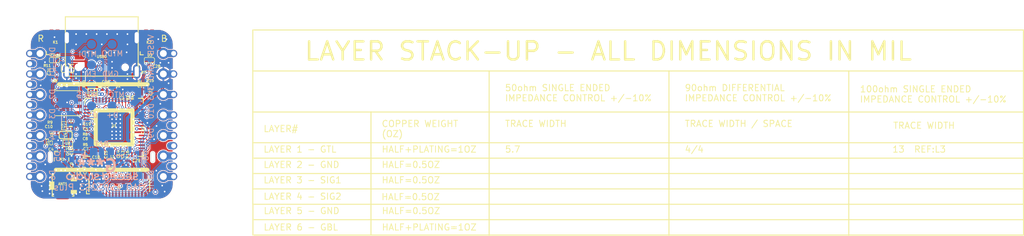
<source format=kicad_pcb>
(kicad_pcb (version 20240108) (generator "pcbnew") (generator_version "8.0")
  (layers (0 "F.Cu" signal) (1 "In1.Cu" signal) (2 "In2.Cu" signal) (3 "In3.Cu" signal) (4 "In4.Cu" signal) (31 "B.Cu" signal) (34 "B.Paste" user) (35 "F.Paste" user) (36 "B.SilkS" user "B.Silkscreen") (37 "F.SilkS" user "F.Silkscreen") (38 "B.Mask" user) (39 "F.Mask" user) (44 "Edge.Cuts" user))
  (net 0 "")
  (net 1 "/MTMS{slash}IO42{slash}PDM_CLK{slash}TX1")
  (net 2 "GND_POWER")
  (net 3 "Net-(ANT1-PadD)")
  (net 4 "/VBAT")
  (net 5 "/ESP_USB_D+")
  (net 6 "/ESP_USB_D-")
  (net 7 "/VIN")
  (net 8 "/VCC_3V3")
  (net 9 "Net-(X1-X2)")
  (net 10 "Net-(U1-XTAL_N)")
  (net 11 "/VBUS")
  (net 12 "Net-(U1-VDD3P3@1)")
  (net 13 "Net-(U1-LNA_IN)")
  (net 14 "Net-(C20-Pad2)")
  (net 15 "/EN")
  (net 16 "/IO38{slash}DVP_VSYNC{slash}I2S_SD")
  (net 17 "/MTDO{slash}IO40{slash}CAM_SDA{slash}I2S_WS")
  (net 18 "/GPIO0")
  (net 19 "Net-(U4-NCHG)")
  (net 20 "Net-(CHG0-Pad+)")
  (net 21 "Net-(D3-Pad+)")
  (net 22 "/IO21{slash}USER_LED")
  (net 23 "/D10{slash}A10{slash}MOSI")
  (net 24 "/MTDI{slash}IO41{slash}PDM_DATA{slash}RX1")
  (net 25 "/IO47{slash}DVP_HREF")
  (net 26 "/IO11{slash}DVP_Y8{slash}SPI_MOSI1")
  (net 27 "/D9{slash}A9{slash}MISO")
  (net 28 "/D8{slash}A8{slash}SCK")
  (net 29 "/IO15{slash}DVP_Y2")
  (net 31 "/MTCK{slash}IO39{slash}CAM_SCL{slash}I2S_SCK")
  (net 33 "/IO12{slash}DVP_Y7{slash}SPI_MISO1")
  (net 34 "/IO14{slash}DVP_Y6")
  (net 35 "/IO13{slash}DVP_PCLK{slash}SPI_SCK1")
  (net 36 "/IO10{slash}XMCLK{slash}ADC_BAT")
  (net 37 "/IO48{slash}DVP_Y9")
  (net 38 "/D2{slash}A2")
  (net 39 "Net-(U3-SW)")
  (net 40 "Net-(USB0-A5{slash}CC1)")
  (net 41 "Net-(USB0-B5{slash}CC2)")
  (net 42 "/USB_D-")
  (net 43 "/USB_D+")
  (net 44 "Net-(U1-XTAL_P)")
  (net 45 "/D6{slash}TX")
  (net 46 "Net-(U1-U0TXD)")
  (net 47 "Net-(U4-IREF)")
  (net 48 "Net-(U3-MODE)")
  (net 49 "/SPID")
  (net 51 "/D7{slash}RX")
  (net 54 "/D0{slash}A0")
  (net 55 "/D3{slash}A3")
  (net 57 "/IO16{slash}DVP_Y5")
  (net 58 "/SPIWP")
  (net 59 "/SPICLK")
  (net 60 "/SPIHD")
  (net 62 "/SPICS0")
  (net 63 "/SPIQ")
  (net 64 "/D4{slash}A4{slash}I2C_SDA")
  (net 68 "/D1{slash}A1")
  (net 69 "/D5{slash}A5{slash}I2C_SCL")
  (net 70 "/VDD_SPI")
  (net 73 "/IO18{slash}DVP_Y4")
  (net 74 "/IO17{slash}DVP_Y3")
  (footprint "XIAO ESP32S3_v1.2_230725:C0201" (layer "F.Cu") (at 153.2001 102.5133 180)
    (property "Reference" "C1")
    (property "Value" "DNP")
  )
  (footprint "XIAO ESP32S3_v1.2_230725:C0201" (layer "F.Cu") (at 145.6555 110.8399 180)
    (property "Reference" "C20")
    (property "Value" "DNP")
  )
  (footprint "XIAO ESP32S3_v1.2_230725:R0201" (layer "F.Cu") (at 142.7861 108.6147 -90)
    (property "Reference" "R13")
    (property "Value" "249K")
  )
  (footprint "XIAO ESP32S3_v1.2_230725:C0201" (layer "F.Cu") (at 149.0235 110.9909 90)
    (property "Reference" "C15")
    (property "Value" "100nF")
  )
  (footprint "XIAO ESP32S3_v1.2_230725:C0201" (layer "F.Cu") (at 145.5801 108.0505)
    (property "Reference" "C8")
    (property "Value" "10pF")
  )
  (footprint "XIAO ESP32S3_v1.2_230725:USB2.0-TYPE-C" (layer "F.Cu") (at 148.5011 100.2781 -90)
    (property "Reference" "USB0")
    (property "Value" "UBF31-0171")
  )
  (footprint "XIAO ESP32S3_v1.2_230725:C0201" (layer "F.Cu") (at 142.8871 106.5155 180)
    (property "Reference" "C10")
    (property "Value" "1uF")
  )
  (footprint "XIAO ESP32S3_v1.2_230725:R0201" (layer "F.Cu") (at 154.3685 99.8463)
    (property "Reference" "R7")
    (property "Value" "10K")
  )
  (footprint "XIAO ESP32S3_v1.2_230725:L0201" (layer "F.Cu") (at 149.8061 110.7461 180)
    (property "Reference" "L1")
    (property "Value" "2nH")
  )
  (footprint "XIAO ESP32S3_v1.2_230725:R0201" (layer "F.Cu") (at 154.3685 100.4051)
    (property "Reference" "R15")
    (property "Value" "1.5K")
  )
  (footprint "XIAO ESP32S3_v1.2_230725:C0201" (layer "F.Cu") (at 146.4234 111.1085 -90)
    (property "Reference" "C17")
    (property "Value" "DNP")
  )
  (footprint "XIAO ESP32S3_v1.2_230725:C0201" (layer "F.Cu") (at 152.6921 111.1493 180)
    (property "Reference" "C29")
    (property "Value" "100nF")
  )
  (footprint "XIAO ESP32S3_v1.2_230725:C0201" (layer "F.Cu") (at 142.7807 107.5933 90)
    (property "Reference" "C6")
    (property "Value" "4.7uF")
  )
  (footprint "XIAO ESP32S3_v1.2_230725:R0201" (layer "F.Cu") (at 142.6591 100.4305 180)
    (property "Reference" "R8")
    (property "Value" "10K")
  )
  (footprint "XIAO ESP32S3_v1.2_230725:C0201" (layer "F.Cu") (at 147.7537 110.7529 180)
    (property "Reference" "C18")
    (property "Value" "1pF")
  )
  (footprint "XIAO ESP32S3_v1.2_230725:C0201" (layer "F.Cu") (at 148.8948 101.9418)
    (property "Reference" "C26")
    (property "Value" "1uF")
  )
  (footprint "XIAO ESP32S3_v1.2_230725:R0201" (layer "F.Cu") (at 142.6591 99.2367 180)
    (property "Reference" "R11")
    (property "Value" "10K")
  )
  (footprint "XIAO ESP32S3_v1.2_230725:DFN1006-2L" (layer "F.Cu") (at 144.6722 106.4095 90)
    (property "Reference" "D2")
    (property "Value" "LMBR4010BST5G")
  )
  (footprint "XIAO ESP32S3_v1.2_230725:C0201" (layer "F.Cu") (at 145.5647 106.2471 180)
    (property "Reference" "C19")
    (property "Value" "100nF")
  )
  (footprint "XIAO ESP32S3_v1.2_230725:C0201" (layer "F.Cu") (at 145.5647 106.8313 180)
    (property "Reference" "C5")
    (property "Value" "4.7uF")
  )
  (footprint "XIAO ESP32S3_v1.2_230725:C0201" (layer "F.Cu") (at 154.0637 102.1831 -90)
    (property "Reference" "C22")
    (property "Value" "100nF")
  )
  (footprint "XIAO ESP32S3_v1.2_230725:BGA6-0.35-0.745X10.95X0.4MM" (layer "F.Cu") (at 144.2955 108.6055 90)
    (property "Reference" "U3")
    (property "Value" "PMIC-SGM6029")
  )
  (footprint "XIAO ESP32S3_v1.2_230725:C0201" (layer "F.Cu") (at 149.8092 111.2861 180)
    (property "Reference" "C30")
    (property "Value" "100nF")
  )
  (footprint "XIAO ESP32S3_v1.2_230725:C0201" (layer "F.Cu") (at 145.3219 110.0665 -90)
    (property "Reference" "C12")
    (property "Value" "10nF")
  )
  (footprint "XIAO ESP32S3_v1.2_230725:C0201" (layer "F.Cu") (at 154.1653 107.0091 90)
    (property "Reference" "C23")
    (property "Value" "100nF")
  )
  (footprint "XIAO ESP32S3_v1.2_230725:L0201" (layer "F.Cu") (at 145.6571 111.3687)
    (property "Reference" "L3")
    (property "Value" "DNP")
  )
  (footprint "XIAO ESP32S3_v1.2_230725:PMOS_1.0*0.6*0.35MM" (layer "F.Cu") (at 143.8241 106.4163)
    (property "Reference" "Q1")
    (property "Value" "PMOS_1.00.60.35MM")
  )
  (footprint "XIAO ESP32S3_v1.2_230725:LED-0402" (layer "F.Cu") (at 142.6591 98.2969)
    (property "Reference" "CHG0")
    (property "Value" "RED")
  )
  (footprint "XIAO ESP32S3_v1.2_230725:C0201" (layer "F.Cu") (at 142.9893 109.3713 180)
    (property "Reference" "C4")
    (property "Value" "4.7uF")
  )
  (footprint "XIAO ESP32S3_v1.2_230725:BTB30-0.4-7.52X2.97X1.14" (layer "F.Cu") (at 150.6601 113.8417)
    (property "Reference" "J3")
    (property "Value" "DF40C-30DP-0.4V(51)")
  )
  (footprint "XIAO ESP32S3_v1.2_230725:SW4-SMD-2.8-2.6X1.6X0.53MM" (layer "F.Cu") (at 142.6591 96.0871 90)
    (property "Reference" "K1")
    (property "Value" "SKTAAAE010/311021459")
  )
  (footprint "Module:MOUDLE23P-XIAO-HALF-HOLE" (layer "F.Cu") (at 148.4884 105.0925 90)
    (property "Reference" "U2")
    (property "Value" "XIAO-HALF-HOLE-23P")
  )
  (footprint "XIAO ESP32S3_v1.2_230725:C0201" (layer "F.Cu") (at 145.8441 110.0671 -90)
    (property "Reference" "C11")
    (property "Value" "100nF")
  )
  (footprint "XIAO ESP32S3_v1.2_230725:C0201" (layer "F.Cu") (at 144.7673 110.5805 -90)
    (property "Reference" "C9")
    (property "Value" "2.2uF")
  )
  (footprint "XIAO ESP32S3_v1.2_230725:R0201" (layer "F.Cu") (at 145.6355 108.7871 180)
    (property "Reference" "R5")
    (property "Value" "0R")
  )
  (footprint "XIAO ESP32S3_v1.2_230725:L0603" (layer "F.Cu") (at 144.038 107.5714)
    (property "Reference" "L4")
    (property "Value" "470nH")
  )
  (footprint "XIAO ESP32S3_v1.2_230725:R0201" (layer "F.Cu") (at 150.4061 101.9291)
    (property "Reference" "R2")
    (property "Value" "5.1K")
  )
  (footprint "XIAO ESP32S3_v1.2_230725:R0201" (layer "F.Cu") (at 151.7015 102.2339 -90)
    (property "Reference" "R3")
    (property "Value" "22R")
  )
  (footprint "XIAO ESP32S3_v1.2_230725:L0201" (layer "F.Cu") (at 147.2103 111.3333)
    (property "Reference" "L2")
    (property "Value" "3.3nH")
  )
  (footprint "XIAO ESP32S3_v1.2_230725:WLCSP-0.4-0.92X1.16X0.4MM" (layer "F.Cu") (at 147.3708 102.2466 -90)
    (property "Reference" "U4")
    (property "Value" "SGM40567-4.2XG/TR")
  )
  (footprint "XIAO ESP32S3_v1.2_230725:SW4-SMD-2.8-2.6X1.6X0.53MM" (layer "F.Cu") (at 154.3431 96.0871 90)
    (property "Reference" "K2")
    (property "Value" "SKTAAAE010/311021459")
  )
  (footprint "XIAO ESP32S3_v1.2_230725:X4-SMD-1.6X1.2X0.35MM" (layer "F.Cu") (at 143.5219 110.5905 -90)
    (property "Reference" "X1")
    (property "Value" "40MHz")
  )
  (footprint "XIAO ESP32S3_v1.2_230725:QFN56G-0.4-7X7MM" (layer "F.Cu") (at 150.0251 106.6281 90)
    (property "Reference" "U1")
    (property "Value" "MCU-ESP32-S3")
  )
  (footprint "XIAO ESP32S3_v1.2_230725:C0201" (layer "F.Cu") (at 151.7269 111.0069 90)
    (property "Reference" "C16")
    (property "Value" "2.2uF")
  )
  (footprint "XIAO ESP32S3_v1.2_230725:R0201" (layer "F.Cu") (at 152.2857 102.2339 -90)
    (property "Reference" "R4")
    (property "Value" "22R")
  )
  (footprint "XIAO ESP32S3_v1.2_230725:R0201" (layer "F.Cu") (at 146.3575 102.2593 90)
    (property "Reference" "R10")
    (property "Value" "220K")
  )
  (footprint "XIAO ESP32S3_v1.2_230725:C0201" (layer "F.Cu") (at 143.2979 108.6447 90)
    (property "Reference" "C3")
    (property "Value" "2.2uF")
  )
  (footprint "Ic:USON8-0.8-3X3X0.55MM" (layer "F.Cu") (at 144.3101 103.6263)
    (property "Reference" "U5")
    (property "Value" "PY25Q128HA-DFH-IR")
  )
  (footprint "XIAO ESP32S3_v1.2_230725:LED-0402" (layer "F.Cu") (at 154.3939 98.2969)
    (property "Reference" "D3")
    (property "Value" "Yellow")
  )
  (footprint "XIAO ESP32S3_v1.2_230725:C0201" (layer "F.Cu") (at 148.8948 102.5133)
    (property "Reference" "C25")
    (property "Value" "1uF")
  )
  (footprint "XIAO ESP32S3_v1.2_230725:C0201" (layer "F.Cu") (at 151.1427 110.9969 90)
    (property "Reference" "C13")
    (property "Value" "2.2uF")
  )
  (footprint "XIAO ESP32S3_v1.2_230725:C0201" (layer "F.Cu") (at 142.8877 105.9947)
    (property "Reference" "R9")
    (property "Value" "100K")
  )
  (footprint "XIAO ESP32S3_v1.2_230725:R0201" (layer "F.Cu") (at 145.5801 107.5117 180)
    (property "Reference" "R6")
    (property "Value" "499R")
  )
  (footprint "XIAO ESP32S3_v1.2_230725:R0201" (layer "F.Cu") (at 153.2001 101.9291 180)
    (property "Reference" "R1")
    (property "Value" "5.1K")
  )
  (footprint "XIAO ESP32S3_v1.2_230725:C0201" (layer "F.Cu") (at 154.3685 99.2621 180)
    (property "Reference" "C28")
    (property "Value" "10pF")
  )
  (footprint "XIAO ESP32S3_v1.2_230725:U-FL3P-SMD-2.6X2.6X1.0MM" (layer "F.Cu") (at 143.6497 113.8417 180)
    (property "Reference" "ANT1")
    (property "Value" "U.FL-R-SMT-1")
  )
  (footprint "XIAO ESP32S3_v1.2_230725:C0201" (layer "F.Cu") (at 150.6193 110.9969 90)
    (property "Reference" "C14")
    (property "Value" "100nF")
  )
  (footprint "XIAO ESP32S3_v1.2_230725:C0201" (layer "F.Cu") (at 142.6591 99.8209)
    (property "Reference" "C21")
    (property "Value" "1uF")
  )
  (footprint "XIAO ESP32S3_v1.2_230725:C0201" (layer "F.Cu") (at 145.6361 109.3161)
    (property "Reference" "C7")
    (property "Value" "10pF")
  )
  (footprint "XIAO ESP32S3_v1.2_230725:C0201" (layer "F.Cu") (at 150.9141 102.5133)
    (property "Reference" "C2")
    (property "Value" "DNP")
  )
  (footprint "XIAO ESP32S3_v1.2_230725:TP-80X40MIL" (layer "B.Cu") (at 148.309584 109.36224 90)
    (property "Reference" "BAT0" (hide yes))
    (property "Value" "VBAT" (hide yes))
  )
  (footprint "XIAO ESP32S3_v1.2_230725:TP-D45MIL" (layer "B.Cu") (at 149.7711 98.8811 -90)
    (property "Reference" "TP1" (hide yes))
    (property "Value" "TEST-POINT'4545'" (hide yes))
  )
  (footprint "XIAO ESP32S3_v1.2_230725:TP-D45MIL" (layer "B.Cu") (at 147.2311 98.8811 -90)
    (property "Reference" "TP6" (hide yes))
    (property "Value" "TEST-POINT'4545'" (hide yes))
  )
  (footprint "XIAO ESP32S3_v1.2_230725:TP-D45MIL" (layer "B.Cu") (at 147.2311 101.4211)
    (property "Reference" "TP2" (hide yes))
    (property "Value" "TEST-POINT'4545'" (hide yes))
  )
  (footprint "XIAO ESP32S3_v1.2_230725:TP-80X40MIL" (layer "B.Cu") (at 150.214584 109.36224 90)
    (property "Reference" "GND0" (hide yes))
    (property "Value" "GND" (hide yes))
  )
  (footprint "XIAO ESP32S3_v1.2_230725:TP-D45MIL" (layer "B.Cu") (at 149.7711 103.9611)
    (property "Reference" "TP8" (hide yes))
    (property "Value" "TEST-POINT'4545'" (hide yes))
  )
  (footprint "XIAO ESP32S3_v1.2_230725:TP-D45MIL" (layer "B.Cu") (at 149.7711 101.4211 -90)
    (property "Reference" "TP5" (hide yes))
    (property "Value" "TEST-POINT'4545'" (hide yes))
  )
  (footprint "XIAO ESP32S3_v1.2_230725:TP-D45MIL" (layer "B.Cu") (at 147.2311 96.3411)
    (property "Reference" "TP3" (hide yes))
    (property "Value" "TEST-POINT'4545'" (hide yes))
  )
  (footprint "Logo:LOGO-SEEED-NEW-1X9.6MM" (layer "B.Cu") (at 148.5646 112.6998 180)
    (property "Reference" "G***")
    (property "Value" "LOGO" (hide yes))
  )
  (footprint "XIAO ESP32S3_v1.2_230725:TP-D45MIL" (layer "B.Cu") (at 149.7711 96.3411 -90)
    (property "Reference" "TP4" (hide yes))
    (property "Value" "TEST-POINT'4545'" (hide yes))
  )
  (footprint "XIAO ESP32S3_v1.2_230725:TP-D45MIL" (layer "B.Cu") (at 147.2311 103.9611)
    (property "Reference" "TP7" (hide yes))
    (property "Value" "TEST-POINT'4545'" (hide yes))
  )
  (gr_line (start 146.3548 110.0963) (end 146.3548 109.7153) (stroke (width 0.1524)) (layer "B.SilkS"))
  (gr_line (start 151.041608 110.118144) (end 150.279608 110.118144) (stroke (width 0.1524)) (layer "B.SilkS"))
  (gr_line (start 146.7358 110.0963) (end 146.3548 110.0963) (stroke (width 0.1524)) (layer "B.SilkS"))
  (gr_line (start 145.9738 110.0963) (end 146.3548 110.0963) (stroke (width 0.1524)) (layer "B.SilkS"))
  (gr_line (start 146.3548 110.0963) (end 146.3548 110.4773) (stroke (width 0.1524)) (layer "B.SilkS"))
  (gr_line (start 262.4201 108.5331) (end 262.4201 110.4381) (stroke (width 0.127)) (layer "F.SilkS"))
  (gr_line (start 240.8301 116.1531) (end 218.6051 116.1531) (stroke (width 0.127)) (layer "F.SilkS"))
  (gr_line (start 167.1701 116.1531) (end 167.1701 114.2481) (stroke (width 0.127)) (layer "F.SilkS"))
  (gr_line (start 167.1701 110.4381) (end 262.4201 110.4381) (stroke (width 0.127)) (layer "F.SilkS"))
  (gr_line (start 262.4328 119.9642) (end 240.8428 119.9642) (stroke (width 0.127)) (layer "F.SilkS"))
  (gr_line (start 147.7518 104.521) (end 147.7518 108.712) (stroke (width 0.508)) (layer "F.SilkS"))
  (gr_line (start 218.6051 116.1531) (end 196.3801 116.1531) (stroke (width 0.127)) (layer "F.SilkS"))
  (gr_line (start 218.6178 119.9642) (end 196.3928 119.9642) (stroke (width 0.127)) (layer "F.SilkS"))
  (gr_line (start 218.6051 99.6431) (end 240.8301 99.6431) (stroke (width 0.127)) (layer "F.SilkS"))
  (gr_line (start 240.8301 99.6431) (end 240.8301 120.015) (stroke (width 0.127)) (layer "F.SilkS"))
  (gr_line (start 154.1415 111.8859) (end 142.8369 111.8859) (stroke (width 0.508)) (layer "F.SilkS"))
  (gr_line (start 167.1701 94.5631) (end 262.4201 94.5631) (stroke (width 0.127)) (layer "F.SilkS"))
  (gr_line (start 196.3801 99.6431) (end 218.6051 99.6431) (stroke (width 0.127)) (layer "F.SilkS"))
  (gr_line (start 262.4201 116.1531) (end 240.8301 116.1531) (stroke (width 0.127)) (layer "F.SilkS"))
  (gr_line (start 167.1701 108.5331) (end 167.1701 104.7231) (stroke (width 0.127)) (layer "F.SilkS"))
  (gr_line (start 262.4328 116.1542) (end 262.4328 118.0592) (stroke (width 0.127)) (layer "F.SilkS"))
  (gr_line (start 167.1701 104.7231) (end 181.7751 104.7231) (stroke (width 0.127)) (layer "F.SilkS"))
  (gr_line (start 181.7878 119.9642) (end 167.1828 119.9642) (stroke (width 0.127)) (layer "F.SilkS"))
  (gr_line (start 167.1701 114.2481) (end 262.4201 114.2481) (stroke (width 0.127)) (layer "F.SilkS"))
  (gr_line (start 196.3801 116.1531) (end 181.7751 116.1531) (stroke (width 0.127)) (layer "F.SilkS"))
  (gr_line (start 167.1701 104.7231) (end 167.1701 99.6431) (stroke (width 0.127)) (layer "F.SilkS"))
  (gr_line (start 218.6051 120.015) (end 218.6051 99.6431) (stroke (width 0.127)) (layer "F.SilkS"))
  (gr_line (start 262.4201 99.6431) (end 262.4201 104.7231) (stroke (width 0.127)) (layer "F.SilkS"))
  (gr_line (start 147.8026 101.8021) (end 147.9296 101.9291) (stroke (width 0.1524)) (layer "F.SilkS"))
  (gr_line (start 181.7751 116.1531) (end 167.1701 116.1531) (stroke (width 0.127)) (layer "F.SilkS"))
  (gr_line (start 167.1701 112.3431) (end 167.1701 110.4381) (stroke (width 0.127)) (layer "F.SilkS"))
  (gr_line (start 196.3801 99.6431) (end 196.3801 120.015) (stroke (width 0.127)) (layer "F.SilkS"))
  (gr_line (start 167.1701 110.4381) (end 167.1701 108.5331) (stroke (width 0.127)) (layer "F.SilkS"))
  (gr_line (start 240.8301 99.6431) (end 262.4201 99.6431) (stroke (width 0.127)) (layer "F.SilkS"))
  (gr_line (start 167.1701 108.5331) (end 262.4201 108.5331) (stroke (width 0.127)) (layer "F.SilkS"))
  (gr_line (start 167.1828 118.0592) (end 262.4328 118.0592) (stroke (width 0.127)) (layer "F.SilkS"))
  (gr_line (start 181.7751 104.7231) (end 181.7751 119.888) (stroke (width 0.127)) (layer "F.SilkS"))
  (gr_line (start 262.4201 104.7231) (end 262.4201 108.5331) (stroke (width 0.127)) (layer "F.SilkS"))
  (gr_line (start 181.7751 104.7231) (end 262.4201 104.7231) (stroke (width 0.127)) (layer "F.SilkS"))
  (gr_line (start 143.2179 101.2859) (end 154.1669 101.2859) (stroke (width 0.508)) (layer "F.SilkS"))
  (gr_line (start 152.2984 108.712) (end 152.2984 104.521) (stroke (width 0.508)) (layer "F.SilkS"))
  (gr_line (start 240.8428 119.9642) (end 218.6178 119.9642) (stroke (width 0.127)) (layer "F.SilkS"))
  (gr_line (start 167.1828 119.9642) (end 167.1828 118.0592) (stroke (width 0.127)) (layer "F.SilkS"))
  (gr_line (start 262.4201 114.2481) (end 262.4201 116.1531) (stroke (width 0.127)) (layer "F.SilkS"))
  (gr_line (start 167.1701 99.6431) (end 167.1701 94.5631) (stroke (width 0.127)) (layer "F.SilkS"))
  (gr_line (start 152.2984 104.521) (end 147.7518 104.521) (stroke (width 0.508)) (layer "F.SilkS"))
  (gr_line (start 262.4201 110.4381) (end 262.4201 112.3431) (stroke (width 0.127)) (layer "F.SilkS"))
  (gr_line (start 147.7772 108.7374) (end 152.2984 108.7374) (stroke (width 0.508)) (layer "F.SilkS"))
  (gr_line (start 167.1701 114.2481) (end 167.1701 112.3431) (stroke (width 0.127)) (layer "F.SilkS"))
  (gr_line (start 167.1701 112.3431) (end 262.4201 112.3431) (stroke (width 0.127)) (layer "F.SilkS"))
  (gr_line (start 196.3928 119.9642) (end 181.7878 119.9642) (stroke (width 0.127)) (layer "F.SilkS"))
  (gr_line (start 262.4201 112.3431) (end 262.4201 114.2481) (stroke (width 0.127)) (layer "F.SilkS"))
  (gr_line (start 262.4328 118.0592) (end 262.4328 119.9642) (stroke (width 0.127)) (layer "F.SilkS"))
  (gr_line (start 167.1828 118.0592) (end 167.1828 116.1542) (stroke (width 0.127)) (layer "F.SilkS"))
  (gr_line (start 167.1701 99.6431) (end 196.3801 99.6431) (stroke (width 0.127)) (layer "F.SilkS"))
  (gr_line (start 262.4201 94.5631) (end 262.4201 99.6431) (stroke (width 0.127)) (layer "F.SilkS"))
  (gr_arc (start 141.9352 109.8772) (mid 142.1384 109.674) (end 142.3416 109.8772) (stroke (width 0.05)) (layer "Edge.Cuts"))
  (gr_line (start 155.4861 94.4361) (end 141.5161 94.4361) (stroke (width 0.01)) (layer "Edge.Cuts"))
  (gr_arc (start 139.6111 96.3411) (mid 140.169062 94.994062) (end 141.5161 94.4361) (stroke (width 0.01)) (layer "Edge.Cuts"))
  (gr_line (start 139.6111 113.6661) (end 139.6111 96.3411) (stroke (width 0.01)) (layer "Edge.Cuts"))
  (gr_line (start 154.5971 110.7392) (end 154.5971 109.8804) (stroke (width 0.05)) (layer "Edge.Cuts"))
  (gr_arc (start 155.4861 94.4361) (mid 156.833138 94.994062) (end 157.3911 96.3411) (stroke (width 0.01)) (layer "Edge.Cuts"))
  (gr_line (start 157.3911 113.6661) (end 157.3911 96.3411) (stroke (width 0.01)) (layer "Edge.Cuts"))
  (gr_arc (start 142.3416 110.7392) (mid 142.1384 110.9424) (end 141.9352 110.7392) (stroke (width 0.05)) (layer "Edge.Cuts"))
  (gr_line (start 141.9352 110.7392) (end 141.9352 109.8804) (stroke (width 0.05)) (layer "Edge.Cuts"))
  (gr_arc (start 157.3911 113.6661) (mid 156.833138 115.013138) (end 155.4861 115.5711) (stroke (width 0.01)) (layer "Edge.Cuts"))
  (gr_line (start 142.3416 109.8804) (end 142.3416 110.7392) (stroke (width 0.05)) (layer "Edge.Cuts"))
  (gr_line (start 141.5161 115.5711) (end 155.4861 115.5711) (stroke (width 0.01)) (layer "Edge.Cuts"))
  (gr_arc (start 155.0035 110.7392) (mid 154.8003 110.9424) (end 154.5971 110.7392) (stroke (width 0.05)) (layer "Edge.Cuts"))
  (gr_arc (start 141.5161 115.5711) (mid 140.169062 115.013138) (end 139.6111 113.6661) (stroke (width 0.01)) (layer "Edge.Cuts"))
  (gr_arc (start 154.5971 109.8772) (mid 154.8003 109.674) (end 155.0035 109.8772) (stroke (width 0.05)) (layer "Edge.Cuts"))
  (gr_line (start 155.0035 109.8804) (end 155.0035 110.7392) (stroke (width 0.05)) (layer "Edge.Cuts"))
  (gr_text "D9" (at 154.9781 106.6281 -270) (layer "B.SilkS") (effects (font (size 0.67056 0.67056) (thickness 0.09144)) (justify left bottom mirror)))
  (gr_text "MTMS" (at 148.0566 102.997 0) (layer "B.SilkS") (effects (font (size 0.67056 0.67056) (thickness 0.09144)) (justify left bottom mirror)))
  (gr_text "D3" (at 142.7861 104.2151 -270) (layer "B.SilkS") (effects (font (size 0.67056 0.67056) (thickness 0.09144)) (justify left bottom mirror)))
  (gr_text "MTDO" (at 151.1808 97.8662 0) (layer "B.SilkS") (effects (font (size 0.67056 0.67056) (thickness 0.09144)) (justify left bottom mirror)))
  (gr_text "D0" (at 142.7861 96.5951 -270) (layer "B.SilkS") (effects (font (size 0.67056 0.67056) (thickness 0.09144)) (justify left bottom mirror)))
  (gr_text "D2" (at 142.7861 101.8021 -270) (layer "B.SilkS") (effects (font (size 0.67056 0.67056) (thickness 0.09144)) (justify left bottom mirror)))
  (gr_text "D4" (at 142.7861 106.8821 -270) (layer "B.SilkS") (effects (font (size 0.67056 0.67056) (thickness 0.09144)) (justify left bottom mirror)))
  (gr_text "D7" (at 154.9781 111.8351 -270) (layer "B.SilkS") (effects (font (size 0.67056 0.67056) (thickness 0.09144)) (justify left bottom mirror)))
  (gr_text "D10" (at 154.9781 103.5801 -270) (layer "B.SilkS") (effects (font (size 0.67056 0.67056) (thickness 0.09144)) (justify left bottom mirror)))
  (gr_text "GND" (at 154.9781 98.7541 -270) (layer "B.SilkS") (effects (font (size 0.67056 0.67056) (thickness 0.09144)) (justify left bottom mirror)))
  (gr_text "GND" (at 150.6601 100.4051 0) (layer "B.SilkS") (effects (font (size 0.67056 0.67056) (thickness 0.09144)) (justify left bottom mirror)))
  (gr_text "D5" (at 143.3957 109.501432 -270) (layer "B.SilkS") (effects (font (size 0.67056 0.67056) (thickness 0.09144)) (justify left bottom mirror)))
  (gr_text "D8" (at 154.3431 109.3978 -270) (layer "B.SilkS") (effects (font (size 0.67056 0.67056) (thickness 0.09144)) (justify left bottom mirror)))
  (gr_text "VUSB" (at 154.9781 95.0711 -270) (layer "B.SilkS") (effects (font (size 0.67056 0.67056) (thickness 0.09144)) (justify left bottom mirror)))
  (gr_text "D6" (at 142.7861 111.8351 -270) (layer "B.SilkS") (effects (font (size 0.67056 0.67056) (thickness 0.09144)) (justify left bottom mirror)))
  (gr_text "3V3" (at 154.964913 101.391335 90) (layer "B.SilkS") (effects (font (size 0.67056 0.67056) (thickness 0.09144)) (justify left bottom mirror)))
  (gr_text "XIAO ESP32S3 Plus" (at 154.178 114.5032 0) (layer "B.SilkS") (effects (font (size 0.78232 0.78232) (thickness 0.10668)) (justify left bottom mirror)))
  (gr_text "D-" (at 148.082 105.4851 0) (layer "B.SilkS") (effects (font (size 0.67056 0.67056) (thickness 0.09144)) (justify left bottom mirror)))
  (gr_text "BAT" (at 149.4282 109.093 0) (layer "B.SilkS") (effects (font (size 0.67056 0.67056) (thickness 0.09144)) (justify left bottom mirror)))
  (gr_text "MTCK" (at 151.384 102.997 0) (layer "B.SilkS") (effects (font (size 0.67056 0.67056) (thickness 0.09144)) (justify left bottom mirror)))
  (gr_text "D+" (at 150.622 105.4851 0) (layer "B.SilkS") (effects (font (size 0.67056 0.67056) (thickness 0.09144)) (justify left bottom mirror)))
  (gr_text "D1" (at 142.7861 99.1351 -270) (layer "B.SilkS") (effects (font (size 0.67056 0.67056) (thickness 0.09144)) (justify left bottom mirror)))
  (gr_text "MTDI" (at 147.955 97.9424 0) (layer "B.SilkS") (effects (font (size 0.67056 0.67056) (thickness 0.09144)) (justify left bottom mirror)))
  (gr_text "EN" (at 147.9042 100.4316 0) (layer "B.SilkS") (effects (font (size 0.67056 0.67056) (thickness 0.09144)) (justify left bottom mirror)))
  (gr_text "HALF=0.5OZ" (at 183.0578 117.4242 0) (layer "F.SilkS") (effects (font (size 0.78232 0.78232) (thickness 0.10668)) (justify left bottom)))
  (gr_text "HALF+PLATING=1OZ" (at 183.0578 119.4562 0) (layer "F.SilkS") (effects (font (size 0.78232 0.78232) (thickness 0.10668)) (justify left bottom)))
  (gr_text "90ohm DIFFERENTIAL \nIMPEDANCE CONTROL +/-10%" (at 220.5101 103.4531 0) (layer "F.SilkS") (effects (font (size 0.78232 0.78232) (thickness 0.10668)) (justify left bottom)))
  (gr_text "LAYER 6 - GBL" (at 168.4528 119.4562 0) (layer "F.SilkS") (effects (font (size 0.78232 0.78232) (thickness 0.10668)) (justify left bottom)))
  (gr_text "13  REF:L3" (at 246.1641 109.8031 0) (layer "F.SilkS") (effects (font (size 0.78232 0.78232) (thickness 0.10668)) (justify left bottom)))
  (gr_text "HALF=0.5OZ" (at 183.007 115.697 0) (layer "F.SilkS") (effects (font (size 0.78232 0.78232) (thickness 0.10668)) (justify left bottom)))
  (gr_text "HALF+PLATING=1OZ" (at 183.0451 109.8031 0) (layer "F.SilkS") (effects (font (size 0.78232 0.78232) (thickness 0.10668)) (justify left bottom)))
  (gr_text "HALF=0.5OZ" (at 183.0451 111.7081 0) (layer "F.SilkS") (effects (font (size 0.78232 0.78232) (thickness 0.10668)) (justify left bottom)))
  (gr_text "LAYER 4 - SIG2" (at 168.4401 115.6451 0) (layer "F.SilkS") (effects (font (size 0.78232 0.78232) (thickness 0.10668)) (justify left bottom)))
  (gr_text "LAYER#" (at 168.4401 107.2631 0) (layer "F.SilkS") (effects (font (size 0.78232 0.78232) (thickness 0.10668)) (justify left bottom)))
  (gr_text "HALF=0.5OZ" (at 183.0451 113.6131 0) (layer "F.SilkS") (effects (font (size 0.78232 0.78232) (thickness 0.10668)) (justify left bottom)))
  (gr_text "LAYER 5 - GND" (at 168.4528 117.4242 0) (layer "F.SilkS") (effects (font (size 0.78232 0.78232) (thickness 0.10668)) (justify left bottom)))
  (gr_text "LAYER 2 - GND" (at 168.4401 111.7081 0) (layer "F.SilkS") (effects (font (size 0.78232 0.78232) (thickness 0.10668)) (justify left bottom)))
  (gr_text "B" (at 155.7401 96.0871 0) (layer "F.SilkS") (effects (font (size 0.78232 0.78232) (thickness 0.10668)) (justify left bottom)))
  (gr_text "TRACE WIDTH" (at 246.2657 106.8567 0) (layer "F.SilkS") (effects (font (size 0.78232 0.78232) (thickness 0.10668)) (justify left bottom)))
  (gr_text "5.7" (at 198.2851 109.8031 0) (layer "F.SilkS") (effects (font (size 0.78232 0.78232) (thickness 0.10668)) (justify left bottom)))
  (gr_text "4/4" (at 220.5101 109.8031 0) (layer "F.SilkS") (effects (font (size 0.78232 0.78232) (thickness 0.10668)) (justify left bottom)))
  (gr_text "TRACE WIDTH / SPACE" (at 220.5101 106.6281 0) (layer "F.SilkS") (effects (font (size 0.78232 0.78232) (thickness 0.10668)) (justify left bottom)))
  (gr_text "50ohm SINGLE ENDED \nIMPEDANCE CONTROL +/-10%" (at 198.2851 103.4531 0) (layer "F.SilkS") (effects (font (size 0.78232 0.78232) (thickness 0.10668)) (justify left bottom)))
  (gr_text "LAYER 1 - GTL" (at 168.4401 109.8031 0) (layer "F.SilkS") (effects (font (size 0.78232 0.78232) (thickness 0.10668)) (justify left bottom)))
  (gr_text "TRACE WIDTH" (at 198.2851 106.6281 0) (layer "F.SilkS") (effects (font (size 0.78232 0.78232) (thickness 0.10668)) (justify left bottom)))
  (gr_text "R" (at 140.5001 96.0871 0) (layer "F.SilkS") (effects (font (size 0.78232 0.78232) (thickness 0.10668)) (justify left bottom)))
  (gr_text "COPPER WEIGHT\n(OZ)" (at 183.0451 107.8981 0) (layer "F.SilkS") (effects (font (size 0.78232 0.78232) (thickness 0.10668)) (justify left bottom)))
  (gr_text "100ohm SINGLE ENDED \nIMPEDANCE CONTROL +/-10%" (at 242.1509 103.6055 0) (layer "F.SilkS") (effects (font (size 0.78232 0.78232) (thickness 0.10668)) (justify left bottom)))
  (gr_text "LAYER STACK-UP - ALL DIMENSIONS IN MIL" (at 173.3931 98.5001 0) (layer "F.SilkS") (effects (font (size 2.2352 2.2352) (thickness 0.3048)) (justify left bottom)))
  (gr_text "LAYER 3 - SIG1" (at 168.4401 113.6131 0) (layer "F.SilkS") (effects (font (size 0.78232 0.78232) (thickness 0.10668)) (justify left bottom)))
  (segment (start 147.2184 106.2228) (end 147.6248 106.2228) (width 0.1016) (layer "F.Cu") (net 1))
  (segment (start 146.6251 106.0281) (end 146.6347 106.0185) (width 0.1016) (layer "F.Cu") (net 1))
  (segment (start 146.6251 106.0281) (end 147.0237 106.0281) (width 0.1016) (layer "F.Cu") (net 1))
  (segment (start 149.059392 112.71504) (end 149.059392 112.692408) (width 0.1016) (layer "F.Cu") (net 1))
  (segment (start 147.0237 106.0281) (end 147.2184 106.2228) (width 0.1016) (layer "F.Cu") (net 1))
  (segment (start 149.059392 112.692408) (end 149.0601 112.6917) (width 0.1016) (layer "F.Cu") (net 1))
  (via (at 149.059392 112.71504) (size 0.3556) (drill 0.2032) (layers "F.Cu" "B.Cu") (net 1))
  (via (at 147.6248 106.2228) (size 0.4064) (drill 0.2032) (layers "F.Cu" "B.Cu") (net 1))
  (segment (start 147.446363 105.409363) (end 147.6502 105.6132) (width 0.1016) (layer "B.Cu") (net 1))
  (segment (start 148.5773 103.0213) (end 147.9677 103.0213) (width 0.1016) (layer "B.Cu") (net 1))
  (segment (start 147.6502 106.1974) (end 147.6248 106.2228) (width 0.1016) (layer "B.Cu") (net 1))
  (segment (start 149.0091 102.1323) (end 149.0091 102.5895) (width 0.1016) (layer "B.Cu") (net 1))
  (segment (start 147.6502 105.6132) (end 147.6502 106.1974) (width 0.1016) (layer "B.Cu") (net 1))
  (segment (start 147.2311 101.4211) (end 148.2979 101.4211) (width 0.1016) (layer "B.Cu") (net 1))
  (segment (start 146.0373 104.7231) (end 146.723563 105.409363) (width 0.1016) (layer "B.Cu") (net 1))
  (segment (start 146.6215 102.7419) (end 146.0373 103.3261) (width 0.1016) (layer "B.Cu") (net 1))
  (segment (start 149.0091 102.5895) (end 148.5773 103.0213) (width 0.1016) (layer "B.Cu") (net 1))
  (segment (start 147.9677 103.0213) (end 147.6883 102.7419) (width 0.1016) (layer "B.Cu") (net 1))
  (segment (start 146.723563 105.409363) (end 147.446363 105.409363) (width 0.1016) (layer "B.Cu") (net 1))
  (segment (start 147.6883 102.7419) (end 146.6215 102.7419) (width 0.1016) (layer "B.Cu") (net 1))
  (segment (start 148.2979 101.4211) (end 149.0091 102.1323) (width 0.1016) (layer "B.Cu") (net 1))
  (segment (start 146.0373 103.3261) (end 146.0373 104.7231) (width 0.1016) (layer "B.Cu") (net 1))
  (segment (start 146.4183 110.848638) (end 146.4183 110.7937) (width 0.127) (layer "F.Cu") (net 2))
  (segment (start 144.8535 110.1587) (end 144.7673 110.1587) (width 0.2032) (layer "F.Cu") (net 2))
  (segment (start 148.2913 112.9461) (end 148.2471 112.9019) (width 0.1524) (layer "F.Cu") (net 2))
  (segment (start 148.0185 110.762938) (end 148.0185 111.3825) (width 0.3302) (layer "F.Cu") (net 2))
  (segment (start 149.0235 111.4905) (end 148.7043 111.8097) (width 0.2032) (layer "F.Cu") (net 2))
  (segment (start 143.5481 108.5331) (end 143.384937 108.369938) (width 0.2032) (layer "F.Cu") (net 2))
  (segment (start 145.8435 109.811738) (end 145.3219 109.811738) (width 0.2032) (layer "F.Cu") (net 2))
  (segment (start 145.8595 106.2471) (end 145.819462 106.267863) (width 0.1016) (layer "F.Cu") (net 2))
  (segment (start 148.6601 112.9461) (end 148.6281 112.9781) (width 0.1524) (layer "F.Cu") (net 2))
  (segment (start 150.6193 111.251663) (end 150.794059 111.251663) (width 0.2032) (layer "F.Cu") (net 2))
  (segment (start 153.454862 102.5133) (end 153.4795 102.488663) (width 0.2032) (layer "F.Cu") (net 2))
  (segment (start 143.4973 108.2537) (end 142.8623 108.2537) (width 0.3556) (layer "F.Cu") (net 2))
  (segment (start 150.063962 111.2861) (end 150.0886 111.8351) (width 0.2032) (layer "F.Cu") (net 2))
  (segment (start 145.3261 100.3531) (end 145.3261 100.5321) (width 0.1016) (layer "F.Cu") (net 2))
  (segment (start 144.3101 102.8263) (end 144.3101 103.4443) (width 0.2032) (layer "F.Cu") (net 2))
  (segment (start 143.5481 108.3045) (end 143.4973 108.2537) (width 0.2286) (layer "F.Cu") (net 2))
  (segment (start 145.3261 100.3031) (end 145.3261 100.0241) (width 0.1016) (layer "F.Cu") (net 2))
  (segment (start 143.5481 108.5331) (end 143.5481 108.3045) (width 0.2286) (layer "F.Cu") (net 2))
  (segment (start 148.6601 112.6917) (end 148.6601 112.9461) (width 0.1524) (layer "F.Cu") (net 2))
  (segment (start 152.8191 99.6939) (end 152.8191 99.7701) (width 0.508) (layer "F.Cu") (net 2))
  (segment (start 153.2001 111.402538) (end 153.2001 111.8859) (width 0.254) (layer "F.Cu") (net 2))
  (segment (start 143.9455 108.7805) (end 143.8209 108.7805) (width 0.2286) (layer "F.Cu") (net 2))
  (segment (start 142.7807 108.3299) (end 142.7861 108.3353) (width 0.254) (layer "F.Cu") (net 2))
  (segment (start 149.0235 111.245663) (end 149.0235 111.4905) (width 0.2032) (layer "F.Cu") (net 2))
  (segment (start 150.659337 102.5133) (end 150.6855 102.487138) (width 0.254) (layer "F.Cu") (net 2))
  (segment (start 143.9219 110.0655) (end 143.9219 110.1913) (width 0.1524) (layer "F.Cu") (net 2))
  (segment (start 146.3421 102.5541) (end 146.3421 102.5641) (width 0.1016) (layer "F.Cu") (net 2))
  (segment (start 151.463662 111.251663) (end 151.5083 111.2963) (width 0.2032) (layer "F.Cu") (net 2))
  (segment (start 148.2725 112.7041) (end 148.2725 112.8511) (width 0.1524) (layer "F.Cu") (net 2))
  (segment (start 145.890862 109.765575) (end 145.890862 109.3161) (width 0.2032) (layer "F.Cu") (net 2))
  (segment (start 143.1219 110.9913) (end 143.1219 111.1155) (width 0.1524) (layer "F.Cu") (net 2))
  (segment (start 149.0235 111.2873) (end 148.6027 111.7081) (width 0.1016) (layer "F.Cu") (net 2))
  (segment (start 148.6027 111.7081) (end 148.5773 111.7081) (width 0.1016) (layer "F.Cu") (net 2))
  (segment (start 150.794059 111.251663) (end 151.1427 111.251663) (width 0.2032) (layer "F.Cu") (net 2))
  (segment (start 147.8601 114.5469) (end 147.5867 114.2735) (width 0.2032) (layer "F.Cu") (net 2))
  (segment (start 145.2245 114.9593) (end 145.4277 114.7561) (width 0.254) (layer "F.Cu") (net 2))
  (segment (start 143.6751 114.9593) (end 145.2245 114.9593) (width 0.254) (layer "F.Cu") (net 2))
  (segment (start 146.3575 102.5387) (end 146.3575 102.5487) (width 0.2286) (layer "F.Cu") (net 2))
  (segment (start 145.956462 110.7937) (end 146.0373 110.7937) (width 0.127) (layer "F.Cu") (net 2))
  (segment (start 143.3503 108.3353) (end 142.7861 108.3353) (width 0.2032) (layer "F.Cu") (net 2))
  (segment (start 153.0601 112.0259) (end 153.2001 111.8859) (width 0.254) (layer "F.Cu") (net 2))
  (segment (start 151.6761 100.3531) (end 151.6761 100.6591) (width 0.1016) (layer "F.Cu") (net 2))
  (segment (start 143.384937 108.369938) (end 143.3703 108.3553) (width 0.2032) (layer "F.Cu") (net 2))
  (segment (start 146.9406 102.4768) (end 146.8533 102.5641) (width 0.254) (layer "F.Cu") (net 2))
  (segment (start 148.008462 110.7529) (end 148.0185 110.762938) (width 0.127) (layer "F.Cu") (net 2))
  (segment (start 146.8533 102.5641) (end 146.3421 102.5641) (width 0.254) (layer "F.Cu") (net 2))
  (segment (start 145.200462 109.811738) (end 144.8535 110.1587) (width 0.2032) (layer "F.Cu") (net 2))
  (segment (start 146.3575 102.5487) (end 146.3421 102.5641) (width 0.2286) (layer "F.Cu") (net 2))
  (segment (start 144.3101 104.4263) (end 144.3101 103.6323) (width 0.2032) (layer "F.Cu") (net 2))
  (segment (start 150.6193 111.251663) (end 150.0984 111.251663) (width 0.2032) (layer "F.Cu") (net 2))
  (segment (start 151.1427 111.251663) (end 151.463662 111.251663) (width 0.2032) (layer "F.Cu") (net 2))
  (segment (start 143.6751 114.9593) (end 142.3035 114.9593) (width 0.254) (layer "F.Cu") (net 2))
  (segment (start 146.3421 102.5641) (end 146.2913 102.5895) (width 0.254) (layer "F.Cu") (net 2))
  (segment (start 153.9351 112.4431) (end 153.4033 111.9113) (width 0.2032) (layer "F.Cu") (net 2))
  (segment (start 151.7269 111.261663) (end 151.610662 111.261663) (width 0.2032) (layer "F.Cu") (net 2))
  (segment (start 149.0235 111.245663) (end 149.0235 111.2873) (width 0.1016) (layer "F.Cu") (net 2))
  (segment (start 144.3101 103.4443) (end 144.2161 103.5383) (width 0.2032) (layer "F.Cu") (net 2))
  (segment (start 146.9708 102.4466) (end 146.9406 102.4768) (width 0.254) (layer "F.Cu") (net 2))
  (segment (start 148.2725 112.8511) (end 148.6535 112.8511) (width 0.1524) (layer "F.Cu") (net 2))
  (segment (start 146.4234 110.853738) (end 146.4183 110.848638) (width 0.127) (layer "F.Cu") (net 2))
  (segment (start 153.9351 112.6917) (end 153.9351 112.4431) (width 0.2032) (layer "F.Cu") (net 2))
  (segment (start 148.5519 113.0543) (end 148.6281 112.9781) (width 0.1524) (layer "F.Cu") (net 2))
  (segment (start 143.3703 108.3553) (end 143.3503 108.3353) (width 0.2032) (layer "F.Cu") (net 2))
  (segment (start 144.7919 100.3281) (end 144.1831 99.7193) (width 0.508) (layer "F.Cu") (net 2))
  (segment (start 145.3219 109.811738) (end 145.200462 109.811738) (width 0.2032) (layer "F.Cu") (net 2))
  (segment (start 145.3011 100.3281) (end 145.3261 100.3531) (width 0.1016) (layer "F.Cu") (net 2))
  (segment (start 145.819462 106.267863) (end 145.819462 106.2471) (width 0.1016) (layer "F.Cu") (net 2))
  (segment (start 145.8441 109.812338) (end 145.8435 109.811738) (width 0.2032) (layer "F.Cu") (net 2))
  (segment (start 151.7011 100.3281) (end 151.6761 100.3531) (width 0.1016) (layer "F.Cu") (net 2))
  (segment (start 148.2725 112.8511) (end 148.2725 113.0543) (width 0.1524) (layer "F.Cu") (net 2))
  (segment (start 153.0601 112.6917) (end 153.0601 112.0259) (width 0.254) (layer "F.Cu") (net 2))
  (segment (start 150.0984 111.251663) (end 150.063962 111.2861) (width 0.2032) (layer "F.Cu") (net 2))
  (segment (start 148.2601 113.0419) (end 148.2725 113.0543) (width 0.1524) (layer "F.Cu") (net 2))
  (segment (start 143.9219 110.1913) (end 143.1219 110.9913) (width 0.1524) (layer "F.Cu") (net 2))
  (segment (start 145.910262 110.8399) (end 145.931062 110.8191) (width 0.254) (layer "F.Cu") (net 2))
  (segment (start 145.3011 100.3281) (end 145.3261 100.3031) (width 0.1016) (layer "F.Cu") (net 2))
  (segment (start 147.3708 102.0466) (end 146.9406 102.4768) (width 0.1524) (layer "F.Cu") (net 2))
  (segment (start 145.910262 110.8399) (end 145.914862 110.8445) (width 0.254) (layer "F.Cu") (net 2))
  (segment (start 143.6497 115.1117) (end 143.6497 114.9847) (width 0.1016) (layer "F.Cu") (net 2))
  (segment (start 148.7043 111.8097) (end 148.0185 111.8097) (width 0.2032) (layer "F.Cu") (net 2))
  (segment (start 152.1849 100.3281) (end 152.8191 99.6939) (width 0.508) (layer "F.Cu") (net 2))
  (segment (start 153.4795 102.488663) (end 153.4795 101.9291) (width 0.2032) (layer "F.Cu") (net 2))
  (segment (start 142.3035 114.9593) (end 142.0241 114.6799) (width 0.254) (layer "F.Cu") (net 2))
  (segment (start 142.7807 107.848063) (end 142.7807 108.3299) (width 0.254) (layer "F.Cu") (net 2))
  (segment (start 151.7011 100.3281) (end 151.6761 100.3031) (width 0.1016) (layer "F.Cu") (net 2))
  (segment (start 147.8601 114.9917) (end 147.8601 114.5469) (width 0.2032) (layer "F.Cu") (net 2))
  (segment (start 150.6855 101.9291) (end 151.0919 101.9291) (width 0.254) (layer "F.Cu") (net 2))
  (segment (start 143.6497 114.9847) (end 143.6751 114.9593) (width 0.1016) (layer "F.Cu") (net 2))
  (segment (start 148.6601 112.9461) (end 148.2913 112.9461) (width 0.1524) (layer "F.Cu") (net 2))
  (segment (start 143.8209 108.7805) (end 143.5481 108.5331) (width 0.2286) (layer "F.Cu") (net 2))
  (segment (start 151.7011 100.3281) (end 152.1849 100.3281) (width 0.508) (layer "F.Cu") (net 2))
  (segment (start 148.2601 112.6917) (end 148.2601 113.0419) (width 0.1524) (layer "F.Cu") (net 2))
  (segment (start 144.3101 103.6323) (end 144.2161 103.5383) (width 0.2032) (layer "F.Cu") (net 2))
  (segment (start 150.6855 102.487138) (end 150.6855 101.9291) (width 0.254) (layer "F.Cu") (net 2))
  (segment (start 148.2725 113.0543) (end 148.5519 113.0543) (width 0.1524) (layer "F.Cu") (net 2))
  (segment (start 148.2601 112.6917) (end 148.2725 112.7041) (width 0.1524) (layer "F.Cu") (net 2))
  (segment (start 143.5481 108.5331) (end 143.3703 108.3553) (width 0.2286) (layer "F.Cu") (net 2))
  (segment (start 145.3011 100.3281) (end 144.7919 100.3281) (width 0.508) (layer "F.Cu") (net 2))
  (segment (start 145.931062 110.8191) (end 145.956462 110.7937) (width 0.127) (layer "F.Cu") (net 2))
  (segment (start 145.914862 110.8445) (end 146.4437 110.8445) (width 0.254) (layer "F.Cu") (net 2))
  (segment (start 144.7673 110.325738) (end 144.7673 110.1587) (width 0.2032) (layer "F.Cu") (net 2))
  (segment (start 151.610662 111.261663) (end 151.4221 111.3271) (width 0.2032) (layer "F.Cu") (net 2))
  (segment (start 143.384937 108.369938) (end 143.2979 108.389938) (width 0.2032) (layer "F.Cu") (net 2))
  (segment (start 151.6761 100.3031) (end 151.6761 100.0241) (width 0.1016) (layer "F.Cu") (net 2))
  (segment (start 145.8441 109.812338) (end 145.890862 109.765575) (width 0.2032) (layer "F.Cu") (net 2))
  (segment (start 150.0886 111.8351) (end 150.5331 111.8351) (width 0.2032) (layer "F.Cu") (net 2))
  (segment (start 152.946862 111.1493) (end 153.2001 111.402538) (width 0.254) (layer "F.Cu") (net 2))
  (via (at 147.8661 95.0711) (size 0.4064) (drill 0.2032) (layers "F.Cu" "B.Cu") (net 2))
  (via (at 149.1361 95.0711) (size 0.4064) (drill 0.2032) (layers "F.Cu" "B.Cu") (net 2))
  (via (at 146.0373 110.7937) (size 0.3556) (drill 0.2032) (layers "F.Cu" "B.Cu") (net 2))
  (via (at 155.2448 111.9886) (size 0.3556) (drill 0.2032) (layers "F.Cu" "B.Cu") (net 2))
  (via (at 150.279608 107.583224) (size 0.4064) (drill 0.2032) (layers "F.Cu" "B.Cu") (net 2))
  (via (at 144.5133 112.2669) (size 0.4064) (drill 0.2032) (layers "F.Cu" "B.Cu") (net 2))
  (via (at 141.478 98.552) (size 0.4064) (drill 0.2032) (layers "F.Cu" "B.Cu") (net 2))
  (via (at 154.1399 106.0693) (size 0.4064) (drill 0.2032) (layers "F.Cu" "B.Cu") (net 2))
  (via (at 150.7871 106.1201) (size 0.4064) (drill 0.2032) (layers "F.Cu" "B.Cu") (net 2))
  (via (at 150.7871 105.1041) (size 0.4064) (drill 0.2032) (layers "F.Cu" "B.Cu") (net 2))
  (via (at 150.2791 105.6121) (size 0.4064) (drill 0.2032) (layers "F.Cu" "B.Cu") (net 2))
  (via (at 140.945616 101.424232) (size 0.4064) (drill 0.2032) (layers "F.Cu" "B.Cu") (net 2))
  (via (at 145.3261 96.3411) (size 0.4064) (drill 0.2032) (layers "F.Cu" "B.Cu") (net 2))
  (via (at 146.5072 113.7412) (size 0.4064) (drill 0.2032) (layers "F.Cu" "B.Cu") (net 2))
  (via (at 142.4559 112.3685) (size 0.4064) (drill 0.2032) (layers "F.Cu" "B.Cu") (net 2))
  (via (at 148.2725 113.0543) (size 0.3556) (drill 0.2032) (layers "F.Cu" "B.Cu") (net 2))
  (via (at 146.6088 113.2332) (size 0.4064) (drill 0.2032) (layers "F.Cu" "B.Cu") (net 2))
  (via (at 148.5011 96.3411) (size 0.4064) (drill 0.2032) (layers "F.Cu" "B.Cu") (net 2))
  (via (at 145.3261 100.5321) (size 0.4064) (drill 0.2032) (layers "F.Cu" "B.Cu") (net 2))
  (via (at 154.0891 100.9385) (size 0.4064) (drill 0.2032) (layers "F.Cu" "B.Cu") (net 2))
  (via (at 150.2791 105.1041) (size 0.4064) (drill 0.2032) (layers "F.Cu" "B.Cu") (net 2))
  (via (at 156.7561 98.6271) (size 0.4064) (drill 0.2032) (layers "F.Cu" "B.Cu") (net 2))
  (via (at 142.0495 114.3243) (size 0.4064) (drill 0.2032) (layers "F.Cu" "B.Cu") (net 2))
  (via (at 146.2405 112.8511) (size 0.4064) (drill 0.2032) (layers "F.Cu" "B.Cu") (net 2))
  (via (at 149.771608 107.583224) (size 0.4064) (drill 0.2032) (layers "F.Cu" "B.Cu") (net 2))
  (via (at 148.5265 111.3906) (size 0.3556) (drill 0.2032) (layers "F.Cu" "B.Cu") (net 2))
  (via (at 149.7711 106.1201) (size 0.4064) (drill 0.2032) (layers "F.Cu" "B.Cu") (net 2))
  (via (at 147.7645 111.8605) (size 0.3556) (drill 0.2032) (layers "F.Cu" "B.Cu") (net 2))
  (via (at 143.1036 108.2294) (size 0.3556) (drill 0.2032) (layers "F.Cu" "B.Cu") (net 2))
  (via (at 155.4861 95.7061) (size 0.4064) (drill 0.2032) (layers "F.Cu" "B.Cu") (net 2))
  (via (at 149.1361 97.3571) (size 0.4064) (drill 0.2032) (layers "F.Cu" "B.Cu") (net 2))
  (via (at 148.6916 111.7081) (size 0.3556) (drill 0.2032) (layers "F.Cu" "B.Cu") (net 2))
  (via (at 141.0589 113.8925) (size 0.4064) (drill 0.2032) (layers "F.Cu" "B.Cu") (net 2))
  (via (at 150.4061 95.0711) (size 0.4064) (drill 0.2032) (layers "F.Cu" "B.Cu") (net 2))
  (via (at 144.2161 103.5383) (size 0.4064) (drill 0.2032) (layers "F.Cu" "B.Cu") (net 2))
  (via (at 142.5067 114.9085) (size 0.4064) (drill 0.2032) (layers "F.Cu" "B.Cu") (net 2))
  (via (at 150.7871 105.6121) (size 0.4064) (drill 0.2032) (layers "F.Cu" "B.Cu") (net 2))
  (via (at 150.2791 106.6281) (size 0.4064) (drill 0.2032) (layers "F.Cu" "B.Cu") (net 2))
  (via (at 145.8341 114.1973) (size 0.4064) (drill 0.2032) (layers "F.Cu" "B.Cu") (net 2))
  (via (at 145.3515 114.8831) (size 0.4064) (drill 0.2032) (layers "F.Cu" "B.Cu") (net 2))
  (via (at 141.5161 111.2139) (size 0.4064) (drill 0.2032) (layers "F.Cu" "B.Cu") (net 2))
  (via (at 145.8849 113.7401) (size 0.4064) (drill 0.2032) (layers "F.Cu" "B.Cu") (net 2))
  (via (at 150.7871 107.1361) (size 0.4064) (drill 0.2032) (layers "F.Cu" "B.Cu") (net 2))
  (via (at 142.0749 113.3337) (size 0.4064) (drill 0.2032) (layers "F.Cu" "B.Cu") (net 2))
  (via (at 146.7231 97.3571) (size 0.4064) (drill 0.2032) (layers "F.Cu" "B.Cu") (net 2))
  (via (at 151.5745 97.3317) (size 0.4064) (drill 0.2032) (layers "F.Cu" "B.Cu") (net 2))
  (via (at 155.7401 98.6271) (size 0.4064) (drill 0.2032) (layers "F.Cu" "B.Cu") (net 2))
  (via (at 149.779228 108.025268) (size 0.4064) (drill 0.2032) (layers "F.Cu" "B.Cu") (net 2))
  (via (at 142.6591 95.4521) (size 0.4064) (drill 0.2032) (layers "F.Cu" "B.Cu") (net 2))
  (via (at 149.7711 99.2621) (size 0.4064) (drill 0.2032) (layers "F.Cu" "B.Cu") (net 2))
  (via (at 155.2702 106.4514) (size 0.4064) (drill 0.2032) (layers "F.Cu" "B.Cu") (net 2))
  (via (at 148.6281 112.9781) (size 0.3556) (drill 0.2032) (layers "F.Cu" "B.Cu") (net 2))
  (via (at 156.2735 114.5783) (size 0.4064) (drill 0.2032) (layers "F.Cu" "B.Cu") (net 2))
  (via (at 145.2499 112.8765) (size 0.4064) (drill 0.2032) (layers "F.Cu" "B.Cu") (net 2))
  (via (at 150.7871 106.6281) (size 0.4064) (drill 0.2032) (layers "F.Cu" "B.Cu") (net 2))
  (via (at 142.1003 112.8257) (size 0.4064) (drill 0.2032) (layers "F.Cu" "B.Cu") (net 2))
  (via (at 141.1605 114.5275) (size 0.4064) (drill 0.2032) (layers "F.Cu" "B.Cu") (net 2))
  (via (at 155.7401 103.7071) (size 0.4064) (drill 0.2032) (layers "F.Cu" "B.Cu") (net 2))
  (via (at 147.4851 97.3571) (size 0.4064) (drill 0.2032) (layers "F.Cu" "B.Cu") (net 2))
  (via (at 149.7711 105.1041) (size 0.4064) (drill 0.2032) (layers "F.Cu" "B.Cu") (net 2))
  (via (at 142.0495 114.8323) (size 0.4064) (drill 0.2032) (layers "F.Cu" "B.Cu") (net 2))
  (via (at 151.6761 100.0241) (size 0.4064) (drill 0.2032) (layers "F.Cu" "B.Cu") (net 2))
  (via (at 148.0185 111.3825) (size 0.3556) (drill 0.2032) (layers "F.Cu" "B.Cu") (net 2))
  (via (at 146.2913 102.5895) (size 0.3556) (drill 0.2032) (layers "F.Cu" "B.Cu") (net 2))
  (via (at 145.8595 106.2471) (size 0.3556) (drill 0.2032) (layers "F.Cu" "B.Cu") (net 2))
  (via (at 150.2791 107.1361) (size 0.4064) (drill 0.2032) (layers "F.Cu" "B.Cu") (net 2))
  (via (at 146.4183 110.7937) (size 0.3556) (drill 0.2032) (layers "F.Cu" "B.Cu") (net 2))
  (via (at 146.5961 95.0711) (size 0.4064) (drill 0.2032) (layers "F.Cu" "B.Cu") (net 2))
  (via (at 153.2001 111.8859) (size 0.4064) (drill 0.2032) (layers "F.Cu" "B.Cu") (net 2))
  (via (at 144.7673 110.1587) (size 0.3556) (drill 0.2032) (layers "F.Cu" "B.Cu") (net 2))
  (via (at 156.7561 101.1671) (size 0.4064) (drill 0.2032) (layers "F.Cu" "B.Cu") (net 2))
  (via (at 151.6761 95.0711) (size 0.4064) (drill 0.2032) (layers "F.Cu" "B.Cu") (net 2))
  (via (at 148.9837 111.3779) (size 0.3556) (drill 0.2032) (layers "F.Cu" "B.Cu") (net 2))
  (via (at 144.9451 111.2509) (size 0.3556) (drill 0.2032) (layers "F.Cu" "B.Cu") (net 2))
  (via (at 143.4719 111.9367) (size 0.4064) (drill 0.2032) (layers "F.Cu" "B.Cu") (net 2))
  (via (at 142.0495 113.8163) (size 0.4064) (drill 0.2032) (layers "F.Cu" "B.Cu") (net 2))
  (via (at 149.7711 107.1361) (size 0.4064) (drill 0.2032) (layers "F.Cu" "B.Cu") (net 2))
  (via (at 143.9799 111.9367) (size 0.4064) (drill 0.2032) (layers "F.Cu" "B.Cu") (net 2))
  (via (at 145.3261 100.0241) (size 0.4064) (drill 0.2032) (layers "F.Cu" "B.Cu") (net 2))
  (via (at 156.5021 95.7061) (size 0.4064) (drill 0.2032) (layers "F.Cu" "B.Cu") (net 2))
  (via (at 155.9687 113.8417) (size 0.4064) (drill 0.2032) (layers "F.Cu" "B.Cu") (net 2))
  (via (at 145.5293 111.8351) (size 0.3556) (drill 0.2032) (layers "F.Cu" "B.Cu") (net 2))
  (via (at 149.7711 98.5001) (size 0.4064) (drill 0.2032) (layers "F.Cu" "B.Cu") (net 2))
  (via (at 154.0891 101.4211) (size 0.4064) (drill 0.2032) (layers "F.Cu" "B.Cu") (net 2))
  (via (at 142.8623 111.9113) (size 0.4064) (drill 0.2032) (layers "F.Cu" "B.Cu") (net 2))
  (via (at 150.2791 106.1201) (size 0.4064) (drill 0.2032) (layers "F.Cu" "B.Cu") (net 2))
  (via (at 151.5083 111.2963) (size 0.3556) (drill 0.2032) (layers "F.Cu" "B.Cu") (net 2))
  (via (at 149.7711 106.6281) (size 0.4064) (drill 0.2032) (layers "F.Cu" "B.Cu") (net 2))
  (via (at 150.287228 108.025268) (size 0.4064) (drill 0.2032) (layers "F.Cu" "B.Cu") (net 2))
  (via (at 151.0919 101.9291) (size 0.4064) (drill 0.2032) (layers "F.Cu" "B.Cu") (net 2))
  (via (at 150.795228 108.025268) (size 0.4064) (drill 0.2032) (layers "F.Cu" "B.Cu") (net 2))
  (via (at 151.6761 100.6591) (size 0.4064) (drill 0.2032) (layers "F.Cu" "B.Cu") (net 2))
  (via (at 154.9654 108.1024) (size 0.4064) (drill 0.2032) (layers "F.Cu" "B.Cu") (net 2))
  (via (at 145.7833 114.6545) (size 0.4064) (drill 0.2032) (layers "F.Cu" "B.Cu") (net 2))
  (via (at 144.8689 114.9085) (size 0.4064) (drill 0.2032) (layers "F.Cu" "B.Cu") (net 2))
  (via (at 150.0251 97.3571) (size 0.4064) (drill 0.2032) (layers "F.Cu" "B.Cu") (net 2))
  (via (at 150.787608 107.583224) (size 0.4064) (drill 0.2032) (layers "F.Cu" "B.Cu") (net 2))
  (via (at 146.0881 113.3083) (size 0.4064) (drill 0.2032) (layers "F.Cu" "B.Cu") (net 2))
  (via (at 151.6761 96.3411) (size 0.4064) (drill 0.2032) (layers "F.Cu" "B.Cu") (net 2))
  (via (at 146.4056 114.2492) (size 0.4064) (drill 0.2032) (layers "F.Cu" "B.Cu") (net 2))
  (via (at 145.3261 108.0505) (size 0.3556) (drill 0.2032) (layers "F.Cu" "B.Cu") (net 2))
  (via (at 149.7711 105.6121) (size 0.4064) (drill 0.2032) (layers "F.Cu" "B.Cu") (net 2))
  (via (at 145.3261 95.0711) (size 0.4064) (drill 0.2032) (layers "F.Cu" "B.Cu") (net 2))
  (via (at 146.3675 111.8351) (size 0.3556) (drill 0.2032) (layers "F.Cu" "B.Cu") (net 2))
  (via (at 154.2161 95.7061) (size 0.4064) (drill 0.2032) (layers "F.Cu" "B.Cu") (net 2))
  (via (at 144.8181 112.6733) (size 0.4064) (drill 0.2032) (layers "F.Cu" "B.Cu") (net 2))
  (via (at 143.4973 108.2537) (size 0.3556) (drill 0.2032) (layers "F.Cu" "B.Cu") (net 2))
  (segment (start 144.0561 102.6911) (end 144.0561 103.7071) (width 0.508) (layer "B.Cu") (net 2))
  (segment (start 149.503384 110.858216) (end 148.9837 111.3779) (width 0.4064) (layer "B.Cu") (net 2))
  (segment (start 149.503384 110.12424) (end 149.503384 110.858216) (width 0.4064) (layer "B.Cu") (net 2))
  (segment (start 144.0561 102.6911) (end 145.2753 102.6911) (width 0.508) (layer "B.Cu") (net 2))
  (segment (start 145.338228 113.550172) (end 145.0467 113.8417) (width 0.144781) (layer "F.Cu") (net 3))
  (segment (start 145.941937 111.363263) (end 145.941937 112.092688) (width 0.144781) (layer "F.Cu") (net 3))
  (segment (start 145.941937 111.363263) (end 145.9365 111.3687) (width 0.144781) (layer "F.Cu") (net 3))
  (segment (start 146.4234 111.363263) (end 146.900937 111.363263) (width 0.144781) (layer "F.Cu") (net 3))
  (segment (start 146.900937 111.363263) (end 146.9309 111.3333) (width 0.144781) (layer "F.Cu") (net 3))
  (segment (start 146.4234 111.363263) (end 145.941937 111.363263) (width 0.144781) (layer "F.Cu") (net 3))
  (arc (start 145.941937 112.092688) (mid 145.785038 112.881473) (end 145.338228 113.550172) (width 0.144781) (layer "F.Cu") (net 3))
  (segment (start 148.601937 101.9799) (end 148.640037 101.9418) (width 0.254) (layer "F.Cu") (net 4))
  (segment (start 147.8375 101.9799) (end 148.2217 101.9799) (width 0.254) (layer "F.Cu") (net 4))
  (segment (start 143.8529 104.9517) (end 143.8529 105.3581) (width 0.3556) (layer "F.Cu") (net 4))
  (segment (start 147.7708 102.0466) (end 147.8375 101.9799) (width 0.254) (layer "F.Cu") (net 4))
  (segment (start 143.8529 105.3581) (end 143.8529 104.9009) (width 0.3556) (layer "F.Cu") (net 4))
  (segment (start 148.601937 101.9799) (end 148.2217 101.9799) (width 0.254) (layer "F.Cu") (net 4))
  (via (at 148.2217 101.9799) (size 0.4064) (drill 0.2032) (layers "F.Cu" "B.Cu") (net 4))
  (via (at 143.8529 104.9263) (size 0.4064) (drill 0.2032) (layers "F.Cu" "B.Cu") (net 4))
  (via (at 143.8529 105.3581) (size 0.4064) (drill 0.2032) (layers "F.Cu" "B.Cu") (net 4))
  (segment (start 147.496784 110.12424) (end 146.717512 110.12424) (width 0.4064) (layer "B.Cu") (net 4))
  (segment (start 144.138904 107.572048) (end 143.8086 107.241744) (width 0.4064) (layer "B.Cu") (net 4))
  (segment (start 146.717512 110.12424) (end 146.269372 109.6761) (width 0.4064) (layer "B.Cu") (net 4))
  (segment (start 144.138904 109.298404) (end 144.138904 107.572048) (width 0.4064) (layer "B.Cu") (net 4))
  (segment (start 146.269372 109.6761) (end 144.5166 109.6761) (width 0.4064) (layer "B.Cu") (net 4))
  (segment (start 143.8086 104.9706) (end 143.8529 104.9263) (width 0.4064) (layer "B.Cu") (net 4))
  (segment (start 144.5166 109.6761) (end 144.138904 109.298404) (width 0.4064) (layer "B.Cu") (net 4))
  (segment (start 143.8086 107.241744) (end 143.8086 104.9706) (width 0.4064) (layer "B.Cu") (net 4))
  (segment (start 153.9841 104.8281) (end 154.0637 104.7485) (width 0.1016) (layer "F.Cu") (net 5))
  (segment (start 153.4251 104.8281) (end 153.9841 104.8281) (width 0.1016) (layer "F.Cu") (net 5))
  (segment (start 152.945337 102.5133) (end 152.2857 102.5133) (width 0.1016) (layer "F.Cu") (net 5))
  (via (at 152.2857 102.5133) (size 0.4064) (drill 0.2032) (layers "F.Cu" "B.Cu") (net 5))
  (via (at 154.0637 104.7485) (size 0.4064) (drill 0.2032) (layers "F.Cu" "B.Cu") (net 5))
  (segment (start 151.8539 103.4023) (end 150.3299 103.4023) (width 0.1016) (layer "B.Cu") (net 5))
  (segment (start 152.1079 103.1483) (end 151.8539 103.4023) (width 0.1016) (layer "B.Cu") (net 5))
  (segment (start 152.2857 102.5133) (end 152.1079 102.6911) (width 0.1016) (layer "B.Cu") (net 5))
  (segment (start 150.3299 103.4023) (end 149.7711 103.9611) (width 0.1016) (layer "B.Cu") (net 5))
  (segment (start 152.1079 102.6911) (end 152.1079 103.1483) (width 0.1016) (layer "B.Cu") (net 5))
  (segment (start 151.168862 102.5133) (end 151.7015 102.5133) (width 0.1016) (layer "F.Cu") (net 6))
  (segment (start 151.168862 102.5133) (end 151.1427 102.487138) (width 0.1016) (layer "F.Cu") (net 6))
  (segment (start 153.9845 105.2281) (end 154.0637 105.3073) (width 0.1016) (layer "F.Cu") (net 6))
  (segment (start 153.4251 105.2281) (end 153.9845 105.2281) (width 0.1016) (layer "F.Cu") (net 6))
  (via (at 151.7015 102.5133) (size 0.4064) (drill 0.2032) (layers "F.Cu" "B.Cu") (net 6))
  (via (at 154.0637 105.3073) (size 0.4064) (drill 0.2032) (layers "F.Cu" "B.Cu") (net 6))
  (segment (start 151.7269 103.1991) (end 151.0157 103.1991) (width 0.1016) (layer "B.Cu") (net 6))
  (segment (start 151.8793 102.6911) (end 151.8793 103.0467) (width 0.1016) (layer "B.Cu") (net 6))
  (segment (start 151.7015 102.5133) (end 151.8793 102.6911) (width 0.1016) (layer "B.Cu") (net 6))
  (segment (start 148.9075 103.7325) (end 147.4597 103.7325) (width 0.1016) (layer "B.Cu") (net 6))
  (segment (start 147.4597 103.7325) (end 147.2311 103.9611) (width 0.1016) (layer "B.Cu") (net 6))
  (segment (start 151.0157 103.1991) (end 150.9649 103.1991) (width 0.1016) (layer "B.Cu") (net 6))
  (segment (start 151.8793 103.0467) (end 151.7269 103.1991) (width 0.1016) (layer "B.Cu") (net 6))
  (segment (start 150.9649 103.1991) (end 149.4409 103.1991) (width 0.1016) (layer "B.Cu") (net 6))
  (segment (start 149.4409 103.1991) (end 148.9075 103.7325) (width 0.1016) (layer "B.Cu") (net 6))
  (segment (start 143.2979 108.899463) (end 143.6243 109.1427) (width 0.2286) (layer "F.Cu") (net 7))
  (segment (start 147.8601 112.6917) (end 147.8601 113.1619) (width 0.254) (layer "F.Cu") (net 7))
  (segment (start 144.2955 108.9795) (end 144.1323 109.1427) (width 0.2286) (layer "F.Cu") (net 7))
  (segment (start 144.0815 109.1935) (end 143.7005 109.1935) (width 0.3556) (layer "F.Cu") (net 7))
  (segment (start 143.6243 109.1427) (end 143.405925 109.140935) (width 0.3556) (layer "F.Cu") (net 7))
  (segment (start 144.7217 108.4263) (end 144.8943 108.2537) (width 0.1524) (layer "F.Cu") (net 7))
  (segment (start 147.2311 113.4861) (end 147.2311 113.8925) (width 0.254) (layer "F.Cu") (net 7))
  (segment (start 143.7005 109.1935) (end 143.6497 109.1427) (width 0.3556) (layer "F.Cu") (net 7))
  (segment (start 147.8601 112.3781) (end 148.0983 112.1399) (width 0.2032) (layer "F.Cu") (net 7))
  (segment (start 143.269462 109.3459) (end 143.244062 109.3713) (width 0.2286) (layer "F.Cu") (net 7))
  (segment (start 148.0983 112.1399) (end 148.868637 112.1399) (width 0.2032) (layer "F.Cu") (net 7))
  (segment (start 143.6497 109.1427) (end 143.6243 109.1427) (width 0.3556) (layer "F.Cu") (net 7))
  (segment (start 143.405925 109.140935) (end 143.43309 109.1681) (width 0.3556) (layer "F.Cu") (net 7))
  (segment (start 143.2941 109.1935) (end 143.2687 109.2189) (width 0.3556) (layer "F.Cu") (net 7))
  (segment (start 155.1305 114.2735) (end 155.1305 114.6291) (width 0.2032) (layer "F.Cu") (net 7))
  (segment (start 144.6455 108.4263) (end 144.7217 108.4263) (width 0.1524) (layer "F.Cu") (net 7))
  (segment (start 154.1145 113.9941) (end 154.8511 113.9941) (width 0.2032) (layer "F.Cu") (net 7))
  (segment (start 144.2955 108.7805) (end 144.2955 108.9795) (width 0.2286) (layer "F.Cu") (net 7))
  (segment (start 147.2311 113.4607) (end 147.5613 113.4607) (width 0.254) (layer "F.Cu") (net 7))
  (segment (start 144.6722 106.7595) (end 144.2912 106.8059) (width 0.1016) (layer "F.Cu") (net 7))
  (segment (start 143.405925 109.140935) (end 143.244062 109.139625) (width 0.3556) (layer "F.Cu") (net 7))
  (segment (start 143.244062 109.139625) (end 143.269462 109.3459) (width 0.2286) (layer "F.Cu") (net 7))
  (segment (start 154.8511 113.9941) (end 155.1305 114.2735) (width 0.2032) (layer "F.Cu") (net 7))
  (segment (start 149.554437 111.4541) (end 149.554437 111.2861) (width 0.2032) (layer "F.Cu") (net 7))
  (segment (start 147.5613 113.4607) (end 147.8601 113.1619) (width 0.254) (layer "F.Cu") (net 7))
  (segment (start 147.2311 113.8925) (end 147.2311 113.4607) (width 0.254) (layer "F.Cu") (net 7))
  (segment (start 143.7005 109.1935) (end 143.2941 109.1935) (width 0.3556) (layer "F.Cu") (net 7))
  (segment (start 154.1145 113.9941) (end 153.4601 114.6485) (width 0.2032) (layer "F.Cu") (net 7))
  (segment (start 144.1323 109.1427) (end 144.0815 109.1935) (width 0.3556) (layer "F.Cu") (net 7))
  (segment (start 153.4601 114.9917) (end 153.4601 114.6485) (width 0.2032) (layer "F.Cu") (net 7))
  (segment (start 144.6455 108.4305) (end 144.6455 108.4263) (width 0.1016) (layer "F.Cu") (net 7))
  (segment (start 148.868637 112.1399) (end 149.554437 111.4541) (width 0.2032) (layer "F.Cu") (net 7))
  (segment (start 147.8601 112.3781) (end 147.8601 112.6917) (width 0.2032) (layer "F.Cu") (net 7))
  (via (at 155.1305 114.6291) (size 0.508) (drill 0.254) (layers "F.Cu" "B.Cu") (net 7))
  (via (at 144.2912 106.8059) (size 0.3556) (drill 0.2032) (layers "F.Cu" "B.Cu") (net 7))
  (via (at 144.6468 106.8059) (size 0.3556) (drill 0.2032) (layers "F.Cu" "B.Cu") (net 7))
  (via (at 147.2311 113.4607) (size 0.4064) (drill 0.2032) (layers "F.Cu" "B.Cu") (net 7))
  (via (at 143.6243 109.1427) (size 0.3556) (drill 0.2032) (layers "F.Cu" "B.Cu") (net 7))
  (via (at 144.8943 108.2537) (size 0.3556) (drill 0.2032) (layers "F.Cu" "B.Cu") (net 7))
  (via (at 143.244062 109.139625) (size 0.3556) (drill 0.2032) (layers "F.Cu" "B.Cu") (net 7))
  (via (at 147.2311 113.8925) (size 0.4064) (drill 0.2032) (layers "F.Cu" "B.Cu") (net 7))
  (segment (start 147.2311 112.92586) (end 146.64834 112.3431) (width 0.4064) (layer "B.Cu") (net 7))
  (segment (start 147.2311 113.8925) (end 147.2311 112.92586) (width 0.4064) (layer "B.Cu") (net 7))
  (segment (start 143.6243 109.1427) (end 143.2433 109.1427) (width 0.4064) (layer "B.Cu") (net 7))
  (segment (start 145.3515 112.3431) (end 143.6243 110.6159) (width 0.4064) (layer "B.Cu") (net 7))
  (segment (start 143.6243 110.6159) (end 143.6243 109.1427) (width 0.4064) (layer "B.Cu") (net 7))
  (segment (start 146.64834 112.3431) (end 145.3515 112.3431) (width 0.4064) (layer "B.Cu") (net 7))
  (segment (start 145.3219 110.321263) (end 145.346375 110.320338) (width 0.2032) (layer "F.Cu") (net 8))
  (segment (start 145.8441 110.321863) (end 145.8435 110.321263) (width 0.2032) (layer "F.Cu") (net 8))
  (segment (start 151.218137 110.742138) (end 151.243537 110.742138) (width 0.254) (layer "F.Cu") (net 8))
  (segment (start 151.926637 110.752138) (end 151.9301 110.7556) (width 0.254) (layer "F.Cu") (net 8))
  (segment (start 152.4381 111.150063) (end 152.437337 111.1493) (width 0.254) (layer "F.Cu") (net 8))
  (segment (start 156.1211 101.8021) (end 156.1211 102.4371) (width 0.1524) (layer "F.Cu") (net 8))
  (segment (start 152.6601 112.6917) (end 152.6601 111.4983) (width 0.254) (layer "F.Cu") (net 8))
  (segment (start 145.937721 110.321863) (end 145.8441 110.321863) (width 0.2032) (layer "F.Cu") (net 8))
  (segment (start 145.309937 106.009263) (end 145.309937 106.2471) (width 0.2032) (layer "F.Cu") (net 8))
  (segment (start 142.658337 107.338538) (end 142.7807 107.338538) (width 0.1016) (layer "F.Cu") (net 8))
  (segment (start 154.129537 107.2281) (end 154.1653 107.263863) (width 0.2032) (layer "F.Cu") (net 8))
  (segment (start 145.27514 110.41286) (end 144.827337 110.835263) (width 0.2032) (layer "F.Cu") (net 8))
  (segment (start 151.2951 110.6921) (end 151.1681 110.6921) (width 0.254) (layer "F.Cu") (net 8))
  (segment (start 146.5361 109.2281) (end 146.228816 109.535384) (width 0.2032) (layer "F.Cu") (net 8))
  (segment (start 151.1681 110.6921) (end 151.218137 110.742138) (width 0.254) (layer "F.Cu") (net 8))
  (segment (start 145.6309 105.8661) (end 145.4531 105.8661) (width 0.2032) (layer "F.Cu") (net 8))
  (segment (start 146.2659 105.2311) (end 145.6309 105.8661) (width 0.2032) (layer "F.Cu") (net 8))
  (segment (start 153.4251 107.2281) (end 152.3777 107.2281) (width 0.2032) (layer "F.Cu") (net 8))
  (segment (start 147.1711 109.2281) (end 147.2311 109.1681) (width 0.2032) (layer "F.Cu") (net 8))
  (segment (start 146.6251 105.2281) (end 146.6281 105.2311) (width 0.2032) (layer "F.Cu") (net 8))
  (segment (start 143.34425 107.54315) (end 143.2039 107.3393) (width 0.4064) (layer "F.Cu") (net 8))
  (segment (start 151.380537 110.752138) (end 151.243537 110.742138) (width 0.254) (layer "F.Cu") (net 8))
  (segment (start 154.6479 100.4051) (end 154.6479 99.8463) (width 0.1524) (layer "F.Cu") (net 8))
  (segment (start 155.8671 102.1831) (end 156.1211 102.4371) (width 0.1524) (layer "F.Cu") (net 8))
  (segment (start 151.1427 110.742138) (end 150.6193 110.742138) (width 0.254) (layer "F.Cu") (net 8))
  (segment (start 146.228816 110.030768) (end 145.937721 110.321863) (width 0.2032) (layer "F.Cu") (net 8))
  (segment (start 145.309937 106.2471) (end 145.309937 106.8313) (width 0.2032) (layer "F.Cu") (net 8))
  (segment (start 155.8671 101.5481) (end 155.8671 102.1831) (width 0.1524) (layer "F.Cu") (net 8))
  (segment (start 151.380537 110.752138) (end 151.7269 110.752138) (width 0.254) (layer "F.Cu") (net 8))
  (segment (start 145.27514 110.320338) (end 145.284378 110.3111) (width 0.2032) (layer "F.Cu") (net 8))
  (segment (start 143.2039 107.3393) (end 142.9766 107.3393) (width 0.4064) (layer "F.Cu") (net 8))
  (segment (start 151.9301 110.7556) (end 151.9936 110.8191) (width 0.254) (layer "F.Cu") (net 8))
  (segment (start 142.7226 107.3393) (end 142.658337 107.338538) (width 0.1016) (layer "F.Cu") (net 8))
  (segment (start 142.9766 107.3393) (end 142.7226 107.3393) (width 0.4064) (layer "F.Cu") (net 8))
  (segment (start 152.6601 111.4983) (end 152.3111 111.1493) (width 0.254) (layer "F.Cu") (net 8))
  (segment (start 143.34425 107.54315) (end 143.436 107.5714) (width 0.2286) (layer "F.Cu") (net 8))
  (segment (start 152.3111 111.1493) (end 152.3238 111.1493) (width 0.254) (layer "F.Cu") (net 8))
  (segment (start 143.436 107.5714) (end 143.1452 107.5714) (width 0.2286) (layer "F.Cu") (net 8))
  (segment (start 143.9455 108.1444) (end 143.436 107.5714) (width 0.1524) (layer "F.Cu") (net 8))
  (segment (start 145.27514 110.320338) (end 145.27514 110.41286) (width 0.2032) (layer "F.Cu") (net 8))
  (segment (start 146.6281 105.2311) (end 146.2659 105.2311) (width 0.2032) (layer "F.Cu") (net 8))
  (segment (start 146.6251 109.2281) (end 147.1711 109.2281) (width 0.2032) (layer "F.Cu") (net 8))
  (segment (start 145.309937 106.8313) (end 145.3769 106.8059) (width 0.1016) (layer "F.Cu") (net 8))
  (segment (start 155.8671 101.5481) (end 156.1211 101.8021) (width 0.1524) (layer "F.Cu") (net 8))
  (segment (start 143.1452 107.5714) (end 142.9766 107.3393) (width 0.2286) (layer "F.Cu") (net 8))
  (segment (start 147.1451 108.8281) (end 147.2311 108.9141) (width 0.2032) (layer "F.Cu") (net 8))
  (segment (start 142.3797 100.4305) (end 142.4813 100.7861) (width 0.1524) (layer "F.Cu") (net 8))
  (segment (start 152.2601 111.1876) (end 152.4381 111.2001) (width 0.254) (layer "F.Cu") (net 8))
  (segment (start 143.9455 108.4305) (end 143.9455 108.1444) (width 0.1524) (layer "F.Cu") (net 8))
  (segment (start 150.6193 110.742138) (end 150.615337 110.7461) (width 0.254) (layer "F.Cu") (net 8))
  (segment (start 152.2601 112.6917) (end 152.2601 111.1876) (width 0.254) (layer "F.Cu") (net 8))
  (segment (start 146.228816 109.535384) (end 146.228816 110.030768) (width 0.2032) (layer "F.Cu") (net 8))
  (segment (start 145.346375 110.320338) (end 145.27514 110.320338) (width 0.2032) (layer "F.Cu") (net 8))
  (segment (start 152.3238 111.1493) (end 151.9936 110.8191) (width 0.254) (layer "F.Cu") (net 8))
  (segment (start 151.7269 110.752138) (end 151.926637 110.752138) (width 0.254) (layer "F.Cu") (net 8))
  (segment (start 145.833337 110.3111) (end 145.8087 110.3111) (width 0.2032) (layer "F.Cu") (net 8))
  (segment (start 147.2311 109.1681) (end 147.2311 108.9141) (width 0.2032) (layer "F.Cu") (net 8))
  (segment (start 153.4251 107.2281) (end 154.129537 107.2281) (width 0.2032) (layer "F.Cu") (net 8))
  (segment (start 145.8441 110.321863) (end 145.833337 110.3111) (width 0.2032) (layer "F.Cu") (net 8))
  (segment (start 152.424637 111.1366) (end 152.437337 111.1493) (width 0.254) (layer "F.Cu") (net 8))
  (segment (start 150.615337 110.7461) (end 150.0855 110.7461) (width 0.254) (layer "F.Cu") (net 8))
  (segment (start 145.4531 105.8661) (end 145.309937 106.009263) (width 0.2032) (layer "F.Cu") (net 8))
  (segment (start 144.827337 110.835263) (end 144.7673 110.835263) (width 0.2032) (layer "F.Cu") (net 8))
  (segment (start 155.8671 101.5481) (end 154.7241 100.4051) (width 0.1524) (layer "F.Cu") (net 8))
  (segment (start 151.2951 110.742138) (end 151.243537 110.742138) (width 0.254) (layer "F.Cu") (net 8))
  (segment (start 146.6251 109.2281) (end 146.5361 109.2281) (width 0.2032) (layer "F.Cu") (net 8))
  (segment (start 152.4381 111.2001) (end 152.4381 111.150063) (width 0.254) (layer "F.Cu") (net 8))
  (segment (start 152.437337 111.1493) (end 152.3238 111.1493) (width 0.254) (layer "F.Cu") (net 8))
  (segment (start 151.7269 110.752138) (end 151.799637 110.752138) (width 0.1524) (layer "F.Cu") (net 8))
  (segment (start 145.284378 110.3111) (end 145.8087 110.3111) (width 0.2032) (layer "F.Cu") (net 8))
  (segment (start 151.243537 110.742138) (end 151.1427 110.742138) (width 0.254) (layer "F.Cu") (net 8))
  (segment (start 145.3219 110.321263) (end 145.357462 110.3111) (width 0.2032) (layer "F.Cu") (net 8))
  (segment (start 154.7241 100.4051) (end 154.6479 100.4051) (width 0.1524) (layer "F.Cu") (net 8))
  (segment (start 145.357462 110.3111) (end 145.4531 110.3111) (width 0.2032) (layer "F.Cu") (net 8))
  (segment (start 146.6251 108.8281) (end 147.1451 108.8281) (width 0.2032) (layer "F.Cu") (net 8))
  (via (at 151.243537 110.742138) (size 0.4064) (drill 0.2032) (layers "F.Cu" "B.Cu") (net 8))
  (via (at 145.8087 110.3111) (size 0.3556) (drill 0.2032) (layers "F.Cu" "B.Cu") (net 8))
  (via (at 142.7226 107.3393) (size 0.3556) (drill 0.2032) (layers "F.Cu" "B.Cu") (net 8))
  (via (at 152.3777 107.2281) (size 0.4064) (drill 0.2032) (layers "F.Cu" "B.Cu") (net 8))
  (via (at 145.3769 106.8059) (size 0.3556) (drill 0.2032) (layers "F.Cu" "B.Cu") (net 8))
  (via (at 145.4531 110.3111) (size 0.3556) (drill 0.2032) (layers "F.Cu" "B.Cu") (net 8))
  (via (at 142.4813 100.7861) (size 0.3556) (drill 0.2032) (layers "F.Cu" "B.Cu") (net 8))
  (via (at 143.1036 107.3393) (size 0.3556) (drill 0.2032) (layers "F.Cu" "B.Cu") (net 8))
  (segment (start 146.528452 111.2763) (end 145.819284 111.2763) (width 0.4064) (layer "B.Cu") (net 8))
  (segment (start 152.4381 105.1041) (end 155.1051 102.4371) (width 0.4064) (layer "B.Cu") (net 8))
  (segment (start 148.7391 112.3431) (end 147.535308 112.3431) (width 0.4064) (layer "B.Cu") (net 8))
  (segment (start 156.1211 102.4371) (end 157.3911 102.4371) (width 0.1016) (layer "B.Cu") (net 8))
  (segment (start 151.6761 105.4851) (end 151.6761 107.2631) (width 0.4064) (layer "B.Cu") (net 8))
  (segment (start 145.4531 110.910116) (end 145.4531 110.3111) (width 0.4064) (layer "B.Cu") (net 8))
  (segment (start 149.087504 111.994696) (end 148.7391 112.3431) (width 0.4064) (layer "B.Cu") (net 8))
  (segment (start 150.226775 111.7589) (end 149.547156 111.7589) (width 0.4064) (layer "B.Cu") (net 8))
  (segment (start 145.819284 111.2763) (end 145.4531 110.910116) (width 0.4064) (layer "B.Cu") (net 8))
  (segment (start 147.16252 111.970312) (end 147.16252 111.910368) (width 0.4064) (layer "B.Cu") (net 8))
  (segment (start 151.97328 109.60752) (end 151.243537 110.337263) (width 0.4064) (layer "B.Cu") (net 8))
  (segment (start 151.243537 110.742138) (end 150.226775 111.7589) (width 0.4064) (layer "B.Cu") (net 8))
  (segment (start 147.16252 111.910368) (end 146.528452 111.2763) (width 0.4064) (layer "B.Cu") (net 8))
  (segment (start 151.97328 108.44928) (end 151.97328 109.60752) (width 0.4064) (layer "B.Cu") (net 8))
  (segment (start 147.535308 112.3431) (end 147.16252 111.970312) (width 0.4064) (layer "B.Cu") (net 8))
  (segment (start 151.7111 107.2281) (end 151.6761 107.2631) (width 0.2032) (layer "B.Cu") (net 8))
  (segment (start 149.547156 111.7589) (end 149.31136 111.994696) (width 0.4064) (layer "B.Cu") (net 8))
  (segment (start 151.243537 110.337263) (end 151.243537 110.742138) (width 0.4064) (layer "B.Cu") (net 8))
  (segment (start 152.3777 107.2281) (end 151.7111 107.2281) (width 0.2032) (layer "B.Cu") (net 8))
  (segment (start 152.0571 105.1041) (end 151.6761 105.4851) (width 0.4064) (layer "B.Cu") (net 8))
  (segment (start 152.0571 105.1041) (end 152.4381 105.1041) (width 0.4064) (layer "B.Cu") (net 8))
  (segment (start 151.6761 107.2631) (end 151.6761 108.1521) (width 0.4064) (layer "B.Cu") (net 8))
  (segment (start 151.6761 108.1521) (end 151.97328 108.44928) (width 0.4064) (layer "B.Cu") (net 8))
  (segment (start 149.31136 111.994696) (end 149.087504 111.994696) (width 0.4064) (layer "B.Cu") (net 8))
  (segment (start 155.1051 102.4371) (end 156.1211 102.4371) (width 0.4064) (layer "B.Cu") (net 8))
  (segment (start 145.350737 108.811738) (end 145.3561 108.7871) (width 0.1016) (layer "F.Cu") (net 9))
  (segment (start 144.8689 109.7777) (end 144.5895 109.7777) (width 0.1016) (layer "F.Cu") (net 9))
  (segment (start 145.381337 109.3161) (end 145.3305 109.3161) (width 0.1016) (layer "F.Cu") (net 9))
  (segment (start 144.5895 109.7777) (end 144.3863 109.9809) (width 0.1016) (layer "F.Cu") (net 9))
  (segment (start 145.3305 109.3161) (end 144.8689 109.7777) (width 0.1016) (layer "F.Cu") (net 9))
  (segment (start 145.3561 109.290863) (end 145.3561 108.7871) (width 0.1016) (layer "F.Cu") (net 9))
  (segment (start 144.0997 111.0803) (end 143.9219 111.1155) (width 0.1016) (layer "F.Cu") (net 9))
  (segment (start 144.3863 110.5143) (end 143.9219 110.9787) (width 0.1016) (layer "F.Cu") (net 9))
  (segment (start 144.3863 109.9809) (end 144.3863 110.5143) (width 0.1016) (layer "F.Cu") (net 9))
  (segment (start 143.9219 110.9787) (end 143.9219 111.1155) (width 0.1016) (layer "F.Cu") (net 9))
  (segment (start 145.381337 109.3161) (end 145.3561 109.290863) (width 0.1016) (layer "F.Cu") (net 9))
  (segment (start 146.6251 108.0281) (end 145.857262 108.0281) (width 0.1016) (layer "F.Cu") (net 10))
  (segment (start 145.0561 109.2603) (end 144.7927 109.5237) (width 0.1016) (layer "F.Cu") (net 10))
  (segment (start 144.7927 109.5237) (end 143.5735 109.5237) (width 0.1016) (layer "F.Cu") (net 10))
  (segment (start 145.223737 108.432263) (end 145.0561 108.5999) (width 0.1016) (layer "F.Cu") (net 10))
  (segment (start 145.4531 108.432263) (end 145.223737 108.432263) (width 0.1016) (layer "F.Cu") (net 10))
  (segment (start 145.0561 108.5999) (end 145.0561 109.2603) (width 0.1016) (layer "F.Cu") (net 10))
  (segment (start 143.2941 110.0599) (end 143.1219 110.0655) (width 0.1016) (layer "F.Cu") (net 10))
  (segment (start 143.1219 109.9753) (end 143.1219 110.0655) (width 0.1016) (layer "F.Cu") (net 10))
  (segment (start 145.857262 108.0281) (end 145.834862 108.0505) (width 0.1016) (layer "F.Cu") (net 10))
  (segment (start 143.5735 109.5237) (end 143.1219 109.9753) (width 0.1016) (layer "F.Cu") (net 10))
  (segment (start 145.834862 108.0505) (end 145.4531 108.432263) (width 0.1016) (layer "F.Cu") (net 10))
  (segment (start 146.1011 99.7571) (end 146.4691 99.3891) (width 0.4064) (layer "F.Cu") (net 11))
  (segment (start 146.4183 98.4239) (end 144.6657 98.4239) (width 0.2032) (layer "F.Cu") (net 11))
  (segment (start 150.4061 98.2461) (end 150.1521 97.9921) (width 0.4064) (layer "F.Cu") (net 11))
  (segment (start 143.6491 106.5161) (end 143.6497 106.5155) (width 0.1524) (layer "F.Cu") (net 11))
  (segment (start 146.5961 98.6017) (end 146.5961 98.2461) (width 0.4064) (layer "F.Cu") (net 11))
  (segment (start 146.8501 97.9921) (end 150.1521 97.9921) (width 0.4064) (layer "F.Cu") (net 11))
  (segment (start 150.4061 98.2461) (end 150.6601 97.9921) (width 0.4064) (layer "F.Cu") (net 11))
  (segment (start 148.1709 102.5133) (end 148.640037 102.5133) (width 0.254) (layer "F.Cu") (net 11))
  (segment (start 144.5198 105.8661) (end 144.6722 106.0595) (width 0.4064) (layer "F.Cu") (net 11))
  (segment (start 156.1211 97.3571) (end 155.3591 96.5951) (width 0.4064) (layer "F.Cu") (net 11))
  (segment (start 143.6497 106.5155) (end 143.7369 106.5155) (width 0.1524) (layer "F.Cu") (net 11))
  (segment (start 143.142462 106.5149) (end 143.141862 106.5155) (width 0.1524) (layer "F.Cu") (net 11))
  (segment (start 150.9011 100.3281) (end 150.9011 99.7571) (width 0.4064) (layer "F.Cu") (net 11))
  (segment (start 146.1011 100.3281) (end 146.1011 99.7571) (width 0.4064) (layer "F.Cu") (net 11))
  (segment (start 143.8275 106.4249) (end 144.3068 106.4249) (width 0.1524) (layer "F.Cu") (net 11))
  (segment (start 146.4691 99.3891) (end 146.5961 99.2621) (width 0.4064) (layer "F.Cu") (net 11))
  (segment (start 142.9385 99.2367) (end 142.9385 99.0335) (width 0.2032) (layer "F.Cu") (net 11))
  (segment (start 146.5961 99.2621) (end 146.5961 98.6017) (width 0.4064) (layer "F.Cu") (net 11))
  (segment (start 150.9011 99.7571) (end 150.4061 99.2621) (width 0.4064) (layer "F.Cu") (net 11))
  (segment (start 144.4371 98.1953) (end 143.7513 98.1953) (width 0.2032) (layer "F.Cu") (net 11))
  (segment (start 146.5961 98.6017) (end 146.4183 98.4239) (width 0.2032) (layer "F.Cu") (net 11))
  (segment (start 150.4061 99.2621) (end 150.4061 98.2461) (width 0.4064) (layer "F.Cu") (net 11))
  (segment (start 147.8375 102.5133) (end 148.1709 102.5133) (width 0.254) (layer "F.Cu") (net 11))
  (segment (start 153.7081 96.5951) (end 152.3111 97.9921) (width 0.4064) (layer "F.Cu") (net 11))
  (segment (start 152.3111 97.9921) (end 150.6601 97.9921) (width 0.4064) (layer "F.Cu") (net 11))
  (segment (start 143.141862 106.5155) (end 143.6497 106.5155) (width 0.1524) (layer "F.Cu") (net 11))
  (segment (start 155.3591 96.5951) (end 153.7081 96.5951) (width 0.4064) (layer "F.Cu") (net 11))
  (segment (start 150.4061 98.2461) (end 150.4061 97.9921) (width 0.4064) (layer "F.Cu") (net 11))
  (segment (start 147.7708 102.4466) (end 147.8375 102.5133) (width 0.254) (layer "F.Cu") (net 11))
  (segment (start 143.142462 105.9947) (end 143.142462 106.5149) (width 0.1524) (layer "F.Cu") (net 11))
  (segment (start 150.1521 97.9921) (end 150.4061 97.9921) (width 0.4064) (layer "F.Cu") (net 11))
  (segment (start 146.5961 98.2461) (end 146.8501 97.9921) (width 0.4064) (layer "F.Cu") (net 11))
  (segment (start 142.9385 99.0335) (end 143.0401 98.8557) (width 0.2032) (layer "F.Cu") (net 11))
  (segment (start 144.3068 106.4249) (end 144.6722 106.0595) (width 0.1524) (layer "F.Cu") (net 11))
  (segment (start 144.6657 98.4239) (end 144.4371 98.1953) (width 0.2032) (layer "F.Cu") (net 11))
  (segment (start 150.6601 97.9921) (end 150.4061 97.9921) (width 0.4064) (layer "F.Cu") (net 11))
  (segment (start 144.5198 105.8661) (end 144.8754 105.8661) (width 0.4064) (layer "F.Cu") (net 11))
  (segment (start 143.7369 106.5155) (end 143.8275 106.4249) (width 0.1524) (layer "F.Cu") (net 11))
  (segment (start 143.6491 106.7413) (end 143.6491 106.5161) (width 0.1524) (layer "F.Cu") (net 11))
  (via (at 144.8754 105.8661) (size 0.3556) (drill 0.2032) (layers "F.Cu" "B.Cu") (net 11))
  (via (at 143.0401 98.8557) (size 0.3556) (drill 0.2032) (layers "F.Cu" "B.Cu") (net 11))
  (via (at 143.7513 98.1953) (size 0.3556) (drill 0.2032) (layers "F.Cu" "B.Cu") (net 11))
  (via (at 148.5646 102.5133) (size 0.4064) (drill 0.2032) (layers "F.Cu" "B.Cu") (net 11))
  (via (at 146.2151 99.7701) (size 0.4064) (drill 0.2032) (layers "F.Cu" "B.Cu") (net 11))
  (via (at 146.4691 99.3891) (size 0.4064) (drill 0.2032) (layers "F.Cu" "B.Cu") (net 11))
  (via (at 144.5198 105.8661) (size 0.3556) (drill 0.2032) (layers "F.Cu" "B.Cu") (net 11))
  (via (at 148.1709 102.5133) (size 0.4064) (drill 0.2032) (layers "F.Cu" "B.Cu") (net 11))
  (segment (start 148.1709 102.5133) (end 148.0185 102.5133) (width 0.4064) (layer "B.Cu") (net 11))
  (segment (start 146.6977 102.3101) (end 146.2151 101.8275) (width 0.4064) (layer "B.Cu") (net 11))
  (segment (start 146.2151 101.8275) (end 146.2151 99.7701) (width 0.4064) (layer "B.Cu") (net 11))
  (segment (start 156.1211 97.3571) (end 157.3911 97.3571) (width 0.1016) (layer "B.Cu") (net 11))
  (segment (start 146.4691 99.3891) (end 146.2151 99.6431) (width 0.4064) (layer "B.Cu") (net 11))
  (segment (start 143.2941 98.1953) (end 143.0909 98.3985) (width 0.2032) (layer "B.Cu") (net 11))
  (segment (start 143.0909 98.3985) (end 143.0401 98.8557) (width 0.2032) (layer "B.Cu") (net 11))
  (segment (start 147.8153 102.3101) (end 146.6977 102.3101) (width 0.4064) (layer "B.Cu") (net 11))
  (segment (start 146.2151 99.6431) (end 146.2151 99.7701) (width 0.4064) (layer "B.Cu") (net 11))
  (segment (start 143.7513 98.1953) (end 143.2941 98.1953) (width 0.2032) (layer "B.Cu") (net 11))
  (segment (start 148.1709 102.5133) (end 148.5646 102.5133) (width 0.4064) (layer "B.Cu") (net 11))
  (segment (start 148.0185 102.5133) (end 147.8153 102.3101) (width 0.4064) (layer "B.Cu") (net 11))
  (segment (start 148.2251 110.0281) (end 148.2251 109.6541) (width 0.2032) (layer "F.Cu") (net 12))
  (segment (start 147.8251 109.5901) (end 147.8661 109.5491) (width 0.2032) (layer "F.Cu") (net 12))
  (segment (start 148.4561 110.5861) (end 148.873462 110.5861) (width 0.2032) (layer "F.Cu") (net 12))
  (segment (start 148.2251 109.6541) (end 148.1201 109.5491) (width 0.2032) (layer "F.Cu") (net 12))
  (segment (start 147.8251 110.0281) (end 147.8251 109.5901) (width 0.2032) (layer "F.Cu") (net 12))
  (segment (start 149.0235 110.736138) (end 149.033462 110.7461) (width 0.2032) (layer "F.Cu") (net 12))
  (segment (start 148.873462 110.5861) (end 149.0235 110.736138) (width 0.2032) (layer "F.Cu") (net 12))
  (segment (start 148.1201 109.5491) (end 147.8661 109.5491) (width 0.2032) (layer "F.Cu") (net 12))
  (segment (start 148.2261 110.3461) (end 148.3061 110.4461) (width 0.2032) (layer "F.Cu") (net 12))
  (segment (start 148.3861 110.5261) (end 148.4561 110.5861) (width 0.2032) (layer "F.Cu") (net 12))
  (segment (start 149.033462 110.7461) (end 149.5267 110.7461) (width 0.2032) (layer "F.Cu") (net 12))
  (segment (start 148.2251 110.0281) (end 148.2261 110.3461) (width 0.2032) (layer "F.Cu") (net 12))
  (segment (start 148.3061 110.4461) (end 148.3861 110.5261) (width 0.2032) (layer "F.Cu") (net 12))
  (segment (start 147.498937 111.324063) (end 147.4897 111.3333) (width 0.144781) (layer "F.Cu") (net 13))
  (segment (start 147.4461 110.700063) (end 147.498937 110.7529) (width 0.144781) (layer "F.Cu") (net 13))
  (segment (start 147.4461 110.700063) (end 147.4461 111.2897) (width 0.144781) (layer "F.Cu") (net 13))
  (segment (start 147.4461 111.2897) (end 147.4897 111.3333) (width 0.144781) (layer "F.Cu") (net 13))
  (segment (start 147.4461 110.555282) (end 147.4461 110.700063) (width 0.144781) (layer "F.Cu") (net 13))
  (segment (start 147.4461 110.0561) (end 147.4461 110.555282) (width 0.144781) (layer "F.Cu") (net 13))
  (segment (start 147.4216 110.0316) (end 147.4251 110.0281) (width 0.1016) (layer "F.Cu") (net 13))
  (segment (start 147.4216 110.0316) (end 147.4461 110.0561) (width 0.144781) (layer "F.Cu") (net 13))
  (segment (start 145.3777 111.3687) (end 145.3777 110.862938) (width 0.144781) (layer "F.Cu") (net 14))
  (segment (start 145.3777 110.862938) (end 145.400737 110.8399) (width 0.144781) (layer "F.Cu") (net 14))
  (segment (start 143.0341 97.3871) (end 143.0341 97.6051) (width 0.1016) (layer "F.Cu") (net 15))
  (segment (start 148.311616 109.287056) (end 148.6281 109.60354) (width 0.1016) (layer "F.Cu") (net 15))
  (segment (start 143.0341 97.6051) (end 143.0401 97.6111) (width 0.1016) (layer "F.Cu") (net 15))
  (segment (start 142.913862 99.8209) (end 142.9385 99.845538) (width 0.1016) (layer "F.Cu") (net 15))
  (segment (start 148.6281 110.0251) (end 148.6251 110.0281) (width 0.1016) (layer "F.Cu") (net 15))
  (segment (start 142.9385 100.4305) (end 142.9385 100.1003) (width 0.1016) (layer "F.Cu") (net 15))
  (segment (start 148.311616 108.79328) (end 148.311616 109.287056) (width 0.1016) (layer "F.Cu") (net 15))
  (segment (start 142.9385 99.845538) (end 142.9385 100.1003) (width 0.1016) (layer "F.Cu") (net 15))
  (segment (start 148.6281 109.60354) (end 148.6281 110.0251) (width 0.1016) (layer "F.Cu") (net 15))
  (segment (start 142.2841 97.3871) (end 143.0341 97.3871) (width 0.1016) (layer "F.Cu") (net 15))
  (via (at 142.9385 100.1003) (size 0.3556) (drill 0.2032) (layers "F.Cu" "B.Cu") (net 15))
  (via (at 148.311616 108.79328) (size 0.3556) (drill 0.2032) (layers "F.Cu" "B.Cu") (net 15))
  (via (at 143.0401 97.6111) (size 0.3556) (drill 0.2032) (layers "F.Cu" "B.Cu") (net 15))
  (segment (start 148.311616 108.724616) (end 146.2913 106.7043) (width 0.1016) (layer "B.Cu") (net 15))
  (segment (start 142.9385 100.1003) (end 142.9385 99.8971) (width 0.1016) (layer "B.Cu") (net 15))
  (segment (start 142.6591 97.9921) (end 143.0401 97.6111) (width 0.1016) (layer "B.Cu") (net 15))
  (segment (start 144.943576 104.379776) (end 143.216376 104.379776) (width 0.1016) (layer "B.Cu") (net 15))
  (segment (start 146.291808 105.768648) (end 146.291808 105.728008) (width 0.1016) (layer "B.Cu") (net 15))
  (segment (start 145.9611 97.6111) (end 147.2311 98.8811) (width 0.1016) (layer "B.Cu") (net 15))
  (segment (start 146.2913 106.7043) (end 146.2913 105.769156) (width 0.1016) (layer "B.Cu") (net 15))
  (segment (start 143.216376 104.379776) (end 142.4051 103.5685) (width 0.1016) (layer "B.Cu") (net 15))
  (segment (start 146.291808 105.728008) (end 144.943576 104.379776) (width 0.1016) (layer "B.Cu") (net 15))
  (segment (start 142.6591 99.6177) (end 142.6591 97.9921) (width 0.1016) (layer "B.Cu") (net 15))
  (segment (start 148.311616 108.79328) (end 148.311616 108.724616) (width 0.1016) (layer "B.Cu") (net 15))
  (segment (start 142.9385 100.8115) (end 142.9385 100.1003) (width 0.1016) (layer "B.Cu") (net 15))
  (segment (start 142.4051 101.3449) (end 142.9385 100.8115) (width 0.1016) (layer "B.Cu") (net 15))
  (segment (start 142.4051 103.5685) (end 142.4051 101.3449) (width 0.1016) (layer "B.Cu") (net 15))
  (segment (start 145.9611 97.6111) (end 143.0401 97.6111) (width 0.1016) (layer "B.Cu") (net 15))
  (segment (start 142.9385 99.8971) (end 142.6591 99.6177) (width 0.1016) (layer "B.Cu") (net 15))
  (segment (start 146.2913 105.769156) (end 146.291808 105.768648) (width 0.1016) (layer "B.Cu") (net 15))
  (segment (start 148.096224 104.0373) (end 146.6343 104.0373) (width 0.1016) (layer "F.Cu") (net 16))
  (segment (start 148.121624 104.0627) (end 148.096224 104.0373) (width 0.1016) (layer "F.Cu") (net 16))
  (segment (start 150.6601 112.6917) (end 150.6601 112.2415) (width 0.1016) (layer "F.Cu") (net 16))
  (segment (start 146.6343 104.0373) (end 146.6251 104.0281) (width 0.1016) (layer "F.Cu") (net 16))
  (via (at 150.6601 112.2415) (size 0.3556) (drill 0.2032) (layers "F.Cu" "B.Cu") (net 16))
  (via (at 148.121624 104.0627) (size 0.3556) (drill 0.2032) (layers "F.Cu" "B.Cu") (net 16))
  (segment (start 149.8727 112.8791) (end 149.8727 112.2415) (width 0.1016) (layer "F.Cu") (net 17))
  (segment (start 147.010009 104.8281) (end 146.6251 104.8281) (width 0.1016) (layer "F.Cu") (net 17))
  (segment (start 149.8601 112.6917) (end 149.8727 112.8791) (width 0.1016) (layer "F.Cu") (net 17))
  (segment (start 147.261072 105.079163) (end 147.010009 104.8281) (width 0.1016) (layer "F.Cu") (net 17))
  (segment (start 146.6251 104.8281) (end 146.6285 104.8247) (width 0.1016) (layer "F.Cu") (net 17))
  (via (at 149.8727 112.2415) (size 0.3556) (drill 0.2032) (layers "F.Cu" "B.Cu") (net 17))
  (via (at 147.261072 105.079163) (size 0.3556) (drill 0.2032) (layers "F.Cu" "B.Cu") (net 17))
  (segment (start 149.3393 102.5895) (end 149.3393 102.1069) (width 0.1016) (layer "B.Cu") (net 17))
  (segment (start 149.1361 96.3411) (end 149.7711 96.3411) (width 0.1016) (layer "B.Cu") (net 17))
  (segment (start 146.2659 104.4829) (end 146.2659 103.4531) (width 0.1016) (layer "B.Cu") (net 17))
  (segment (start 149.0091 101.7767) (end 149.0091 98.1191) (width 0.1016) (layer "B.Cu") (net 17))
  (segment (start 147.261072 105.079163) (end 146.862163 105.079163) (width 0.1016) (layer "B.Cu") (net 17))
  (segment (start 148.6281 96.8491) (end 149.1361 96.3411) (width 0.1016) (layer "B.Cu") (net 17))
  (segment (start 147.8661 103.2499) (end 148.6789 103.2499) (width 0.1016) (layer "B.Cu") (net 17))
  (segment (start 147.5867 102.9705) (end 147.8661 103.2499) (width 0.1016) (layer "B.Cu") (net 17))
  (segment (start 149.3393 102.1069) (end 149.0091 101.7767) (width 0.1016) (layer "B.Cu") (net 17))
  (segment (start 146.2659 103.4531) (end 146.7485 102.9705) (width 0.1016) (layer "B.Cu") (net 17))
  (segment (start 146.7485 102.9705) (end 147.5867 102.9705) (width 0.1016) (layer "B.Cu") (net 17))
  (segment (start 149.0091 98.1191) (end 148.6281 97.7381) (width 0.1016) (layer "B.Cu") (net 17))
  (segment (start 146.862163 105.079163) (end 146.2659 104.4829) (width 0.1016) (layer "B.Cu") (net 17))
  (segment (start 148.6789 103.2499) (end 149.3393 102.5895) (width 0.1016) (layer "B.Cu") (net 17))
  (segment (start 148.6281 97.7381) (end 148.6281 96.8491) (width 0.1016) (layer "B.Cu") (net 17))
  (segment (start 148.759672 109.337856) (end 149.0251 109.603284) (width 0.1016) (layer "F.Cu") (net 18))
  (segment (start 154.0891 99.8463) (end 154.0637 99.8463) (width 0.1016) (layer "F.Cu") (net 18))
  (segment (start 154.0891 99.8463) (end 154.113737 99.821663) (width 0.1016) (layer "F.Cu") (net 18))
  (segment (start 153.5303 98.678663) (end 153.5303 97.8249) (width 0.1016) (layer "F.Cu") (net 18))
  (segment (start 154.113737 99.2621) (end 153.5303 98.678663) (width 0.1016) (layer "F.Cu") (net 18))
  (segment (start 153.5303 97.8249) (end 153.9681 97.3871) (width 0.1016) (layer "F.Cu") (net 18))
  (segment (start 149.0251 109.603284) (end 149.0251 110.0281) (width 0.1016) (layer "F.Cu") (net 18))
  (segment (start 148.759672 108.952792) (end 148.759672 109.337856) (width 0.1016) (layer "F.Cu") (net 18))
  (segment (start 154.113737 99.821663) (end 154.113737 99.2621) (width 0.1016) (layer "F.Cu") (net 18))
  (segment (start 153.9681 97.3871) (end 154.7181 97.3871) (width 0.1016) (layer "F.Cu") (net 18))
  (via (at 148.759672 108.952792) (size 0.3556) (drill 0.2032) (layers "F.Cu" "B.Cu") (net 18))
  (via (at 154.0637 99.8463) (size 0.3556) (drill 0.2032) (layers "F.Cu" "B.Cu") (net 18))
  (segment (start 151.3205 105.2057) (end 151.9301 104.5961) (width 0.1016) (layer "B.Cu") (net 18))
  (segment (start 148.759672 108.952792) (end 149.305264 108.4072) (width 0.1016) (layer "B.Cu") (net 18))
  (segment (start 151.0792 108.4072) (end 151.3205 108.1659) (width 0.1016) (layer "B.Cu") (net 18))
  (segment (start 149.305264 108.4072) (end 151.0792 108.4072) (width 0.1016) (layer "B.Cu") (net 18))
  (segment (start 151.3205 108.1659) (end 151.3205 105.2057) (width 0.1016) (layer "B.Cu") (net 18))
  (segment (start 153.5811 103.3261) (end 153.5811 100.3289) (width 0.1016) (layer "B.Cu") (net 18))
  (segment (start 152.3111 104.5961) (end 153.5811 103.3261) (width 0.1016) (layer "B.Cu") (net 18))
  (segment (start 151.9301 104.5961) (end 152.3111 104.5961) (width 0.1016) (layer "B.Cu") (net 18))
  (segment (start 153.5811 100.3289) (end 154.0637 99.8463) (width 0.1016) (layer "B.Cu") (net 18))
  (segment (start 143.3957 98.6505) (end 143.0421 98.2969) (width 0.1016) (layer "F.Cu") (net 19))
  (segment (start 145.0467 102.8389) (end 145.9819 102.8389) (width 0.1016) (layer "F.Cu") (net 19))
  (segment (start 143.3957 100.5047) (end 143.3957 98.6505) (width 0.1016) (layer "F.Cu") (net 19))
  (segment (start 144.4625 100.9639) (end 143.8549 100.9639) (width 0.1016) (layer "F.Cu") (net 19))
  (segment (start 147.3708 102.4466) (end 147.3708 102.4498) (width 0.1016) (layer "F.Cu") (net 19))
  (segment (start 147.3581 102.4593) (end 147.3708 102.4466) (width 0.1016) (layer "F.Cu") (net 19))
  (segment (start 147.3581 102.5641) (end 146.8755 103.0467) (width 0.1016) (layer "F.Cu") (net 19))
  (segment (start 147.3581 102.4593) (end 147.3581 102.5641) (width 0.1016) (layer "F.Cu") (net 19))
  (segment (start 144.6361 101.3107) (end 144.6361 101.1375) (width 0.1016) (layer "F.Cu") (net 19))
  (segment (start 144.9451 102.7373) (end 144.9451 101.6197) (width 0.1016) (layer "F.Cu") (net 19))
  (segment (start 143.8549 100.9639) (end 143.3957 100.5047) (width 0.1016) (layer "F.Cu") (net 19))
  (segment (start 144.9451 101.6197) (end 144.6361 101.3107) (width 0.1016) (layer "F.Cu") (net 19))
  (segment (start 145.0467 102.8389) (end 144.9451 102.7373) (width 0.1016) (layer "F.Cu") (net 19))
  (segment (start 145.9819 102.8389) (end 146.1897 103.0467) (width 0.1016) (layer "F.Cu") (net 19))
  (segment (start 144.6361 101.1375) (end 144.4625 100.9639) (width 0.1016) (layer "F.Cu") (net 19))
  (segment (start 146.1897 103.0467) (end 146.8755 103.0467) (width 0.1016) (layer "F.Cu") (net 19))
  (segment (start 142.3797 98.4005) (end 142.3797 99.2367) (width 0.1016) (layer "F.Cu") (net 20))
  (segment (start 142.2761 98.2969) (end 142.3797 98.4005) (width 0.1016) (layer "F.Cu") (net 20))
  (segment (start 154.0129 98.2989) (end 154.0129 98.6525) (width 0.1016) (layer "F.Cu") (net 21))
  (segment (start 154.0891 100.4051) (end 154.0891 100.4305) (width 0.1016) (layer "F.Cu") (net 21))
  (segment (start 154.0109 98.2969) (end 154.0129 98.2989) (width 0.1016) (layer "F.Cu") (net 21))
  (via (at 154.0129 98.6525) (size 0.3556) (drill 0.2032) (layers "F.Cu" "B.Cu") (net 21))
  (via (at 154.0891 100.4305) (size 0.3556) (drill 0.2032) (layers "F.Cu" "B.Cu") (net 21))
  (segment (start 154.0129 98.6525) (end 154.4701 99.1097) (width 0.1016) (layer "B.Cu") (net 21))
  (segment (start 154.4701 99.1097) (end 154.4701 100.0495) (width 0.1016) (layer "B.Cu") (net 21))
  (segment (start 154.4701 100.0495) (end 154.0891 100.4305) (width 0.1016) (layer "B.Cu") (net 21))
  (segment (start 153.4251 104.4281) (end 153.8761 104.4281) (width 0.1016) (layer "F.Cu") (net 22))
  (segment (start 153.8761 104.4281) (end 154.0891 104.2151) (width 0.1016) (layer "F.Cu") (net 22))
  (segment (start 153.4601 112.6917) (end 153.4541 112.6977) (width 0.1016) (layer "F.Cu") (net 22))
  (segment (start 153.4541 112.6977) (end 153.4541 113.2067) (width 0.1016) (layer "F.Cu") (net 22))
  (segment (start 153.4541 113.2067) (end 153.3525 113.3083) (width 0.1016) (layer "F.Cu") (net 22))
  (segment (start 154.7749 98.2989) (end 154.7749 98.7541) (width 0.1016) (layer "F.Cu") (net 22))
  (segment (start 154.7769 98.2969) (end 154.7749 98.2989) (width 0.1016) (layer "F.Cu") (net 22))
  (via (at 154.0891 104.2151) (size 0.4064) (drill 0.2032) (layers "F.Cu" "B.Cu") (net 22))
  (via (at 154.7749 98.7541) (size 0.3556) (drill 0.2032) (layers "F.Cu" "B.Cu") (net 22))
  (via (at 153.3525 113.3083) (size 0.3556) (drill 0.2032) (layers "F.Cu" "B.Cu") (net 22))
  (segment (start 152.6159 110.0373) (end 152.6159 110.1749) (width 0.1016) (layer "F.Cu") (net 23))
  (segment (start 149.4663 114.7855) (end 149.4663 114.2481) (width 0.1016) (layer "F.Cu") (net 23))
  (segment (start 149.4601 114.9917) (end 149.4663 114.7855) (width 0.1016) (layer "F.Cu") (net 23))
  (segment (start 152.6251 110.0281) (end 152.6159 110.0373) (width 0.1016) (layer "F.Cu") (net 23))
  (via (at 152.6159 110.1749) (size 0.3556) (drill 0.2032) (layers "F.Cu" "B.Cu") (net 23))
  (via (at 149.4663 114.2481) (size 0.4064) (drill 0.2032) (layers "F.Cu" "B.Cu") (net 23))
  (segment (start 154.2161 111.4171) (end 153.8224 111.0234) (width 0.1016) (layer "B.Cu") (net 23))
  (segment (start 154.2161 111.506) (end 154.2161 111.4171) (width 0.1016) (layer "B.Cu") (net 23))
  (segment (start 149.4663 113.7147) (end 149.6949 113.4861) (width 0.1016) (layer "B.Cu") (net 23))
  (segment (start 154.2161 113.8671) (end 154.2161 111.506) (width 0.1016) (layer "B.Cu") (net 23))
  (segment (start 152.6159 110.1749) (end 152.6159 111.2763) (width 0.1016) (layer "B.Cu") (net 23))
  (segment (start 152.6921 111.3525) (end 152.6921 112.7241) (width 0.1016) (layer "B.Cu") (net 23))
  (segment (start 153.8224 111.0234) (end 153.8224 108.6104) (width 0.1016) (layer "B.Cu") (net 23))
  (segment (start 153.8224 108.6104) (end 154.2161 108.2167) (width 0.1016) (layer "B.Cu") (net 23))
  (segment (start 154.4574 107.9754) (end 154.4574 106.6408) (width 0.1016) (layer "B.Cu") (net 23))
  (segment (start 149.4663 114.2481) (end 149.4663 113.7147) (width 0.1016) (layer "B.Cu") (net 23))
  (segment (start 154.2161 108.2167) (end 154.4574 107.9754) (width 0.1016) (layer "B.Cu") (net 23))
  (segment (start 154.4574 106.6408) (end 154.813 106.2852) (width 0.1016) (layer "B.Cu") (net 23))
  (segment (start 155.1051 105.9931) (end 156.1211 104.9771) (width 0.1016) (layer "B.Cu") (net 23))
  (segment (start 156.1211 104.9771) (end 157.3911 104.9771) (width 0.1016) (layer "B.Cu") (net 23))
  (segment (start 152.6921 112.7241) (end 151.9301 113.4861) (width 0.1016) (layer "B.Cu") (net 23))
  (segment (start 154.813 106.2852) (end 155.1051 105.9931) (width 0.1016) (layer "B.Cu") (net 23))
  (segment (start 152.6159 111.2763) (end 152.6921 111.3525) (width 0.1016) (layer "B.Cu") (net 23))
  (segment (start 153.5303 114.5529) (end 154.2161 113.8671) (width 0.1016) (layer "B.Cu") (net 23))
  (segment (start 149.7711 114.5529) (end 153.5303 114.5529) (width 0.1016) (layer "B.Cu") (net 23))
  (segment (start 149.6949 113.4861) (end 151.9301 113.4861) (width 0.1016) (layer "B.Cu") (net 23))
  (segment (start 149.4663 114.2481) (end 149.7711 114.5529) (width 0.1016) (layer "B.Cu") (net 23))
  (segment (start 149.4601 112.6917) (end 149.4601 113.1621) (width 0.1016) (layer "F.Cu") (net 24))
  (segment (start 149.4601 113.1621) (end 149.1361 113.4861) (width 0.1016) (layer "F.Cu") (net 24))
  (segment (start 148.6281 113.7401) (end 148.1201 113.7401) (width 0.1016) (layer "F.Cu") (net 24))
  (segment (start 148.8821 113.4861) (end 148.6281 113.7401) (width 0.1016) (layer "F.Cu") (net 24))
  (segment (start 149.1361 113.4861) (end 148.8821 113.4861) (width 0.1016) (layer "F.Cu") (net 24))
  (segment (start 146.6251 105.6281) (end 147.1063 105.6281) (width 0.1016) (layer "F.Cu") (net 24))
  (segment (start 149.4601 112.6917) (end 149.4663 112.8855) (width 0.1016) (layer "F.Cu") (net 24))
  (segment (start 147.1063 105.6281) (end 147.32 105.8418) (width 0.1016) (layer "F.Cu") (net 24))
  (via (at 144.8943 98.0175) (size 0.3556) (drill 0.2032) (layers "F.Cu" "B.Cu") (net 24))
  (via (at 148.1201 113.7401) (size 0.4064) (drill 0.2032) (layers "F.Cu" "B.Cu") (net 24))
  (via (at 147.32 105.8418) (size 0.3556) (drill 0.2032) (layers "F.Cu" "B.Cu") (net 24))
  (via (at 144.8943 97.2301) (size 0.3556) (drill 0.2032) (layers "F.Cu" "B.Cu") (net 24))
  (segment (start 145.6817 100.8877) (end 145.0213 100.8877) (width 0.1016) (layer "B.Cu") (net 24))
  (segment (start 144.8943 97.2301) (end 145.4531 97.2301) (width 0.1016) (layer "B.Cu") (net 24))
  (segment (start 144.8943 100.7607) (end 144.8943 98.0175) (width 0.1016) (layer "B.Cu") (net 24))
  (segment (start 145.7833 104.8501) (end 145.7833 100.9893) (width 0.1016) (layer "B.Cu") (net 24))
  (segment (start 145.0213 100.8877) (end 144.8943 100.7607) (width 0.1016) (layer "B.Cu") (net 24))
  (segment (start 146.3421 96.3411) (end 147.2311 96.3411) (width 0.1016) (layer "B.Cu") (net 24))
  (segment (start 145.4531 97.2301) (end 146.3421 96.3411) (width 0.1016) (layer "B.Cu") (net 24))
  (segment (start 146.5453 105.6121) (end 145.7833 104.8501) (width 0.1016) (layer "B.Cu") (net 24))
  (segment (start 147.0903 105.6121) (end 147.32 105.8418) (width 0.1016) (layer "B.Cu") (net 24))
  (segment (start 146.5453 105.6121) (end 147.0903 105.6121) (width 0.1016) (layer "B.Cu") (net 24))
  (segment (start 145.7833 100.9893) (end 145.6817 100.8877) (width 0.1016) (layer "B.Cu") (net 24))
  (segment (start 148.9329 103.9357) (end 148.5265 104.3421) (width 0.1016) (layer "F.Cu") (net 25))
  (segment (start 151.0601 112.6917) (end 151.0665 112.8853) (width 0.1016) (layer "F.Cu") (net 25))
  (segment (start 151.0665 112.8853) (end 151.0665 112.5717) (width 0.1016) (layer "F.Cu") (net 25))
  (segment (start 149.2631 103.9357) (end 148.9329 103.9357) (width 0.1016) (layer "F.Cu") (net 25))
  (segment (start 149.4251 103.2281) (end 149.4251 103.7737) (width 0.1016) (layer "F.Cu") (net 25))
  (segment (start 149.4251 103.7737) (end 149.2631 103.9357) (width 0.1016) (layer "F.Cu") (net 25))
  (via (at 151.0665 112.5717) (size 0.3556) (drill 0.2032) (layers "F.Cu" "B.Cu") (net 25))
  (via (at 148.5265 104.3421) (size 0.3556) (drill 0.2032) (layers "F.Cu" "B.Cu") (net 25))
  (segment (start 153.4251 108.8281) (end 153.4153 108.8379) (width 0.1016) (layer "F.Cu") (net 26))
  (segment (start 150.2537 114.7853) (end 150.2537 114.1719) (width 0.1016) (layer "F.Cu") (net 26))
  (segment (start 153.4153 108.8379) (end 152.5651 108.8379) (width 0.1016) (layer "F.Cu") (net 26))
  (segment (start 150.2601 114.9917) (end 150.2537 114.7853) (width 0.1016) (layer "F.Cu") (net 26))
  (via (at 150.2537 114.1719) (size 0.4064) (drill 0.2032) (layers "F.Cu" "B.Cu") (net 26))
  (via (at 152.5651 108.8379) (size 0.3556) (drill 0.2032) (layers "F.Cu" "B.Cu") (net 26))
  (segment (start 152.2251 110.0281) (end 152.2095 110.0437) (width 0.1016) (layer "F.Cu") (net 27))
  (segment (start 152.2349 110.0691) (end 152.2349 110.4281) (width 0.1016) (layer "F.Cu") (net 27))
  (segment (start 149.0601 114.9917) (end 149.0599 114.7915) (width 0.1016) (layer "F.Cu") (net 27))
  (segment (start 152.2095 110.0437) (end 152.2349 110.0691) (width 0.1016) (layer "F.Cu") (net 27))
  (segment (start 149.0599 114.7915) (end 149.0599 113.8671) (width 0.1016) (layer "F.Cu") (net 27))
  (via (at 149.0599 113.8671) (size 0.4064) (drill 0.2032) (layers "F.Cu" "B.Cu") (net 27))
  (via (at 152.2349 110.4281) (size 0.3556) (drill 0.2032) (layers "F.Cu" "B.Cu") (net 27))
  (segment (start 149.4155 114.7815) (end 153.6827 114.7815) (width 0.1016) (layer "B.Cu") (net 27))
  (segment (start 149.0599 113.8671) (end 149.0599 114.4259) (width 0.1016) (layer "B.Cu") (net 27))
  (segment (start 153.6827 114.7815) (end 154.4701 113.9941) (width 0.1016) (layer "B.Cu") (net 27))
  (segment (start 154.0256 110.871) (end 154.0256 109.093) (width 0.1016) (layer "B.Cu") (net 27))
  (segment (start 154.4701 111.3155) (end 154.0256 110.871) (width 0.1016) (layer "B.Cu") (net 27))
  (segment (start 152.2349 111.3017) (end 152.2349 110.4281) (width 0.1016) (layer "B.Cu") (net 27))
  (segment (start 149.542076 113.2829) (end 151.7523 113.2829) (width 0.1016) (layer "B.Cu") (net 27))
  (segment (start 154.4955 108.6231) (end 155.1178 108.6231) (width 0.1016) (layer "B.Cu") (net 27))
  (segment (start 149.0599 114.4259) (end 149.4155 114.7815) (width 0.1016) (layer "B.Cu") (net 27))
  (segment (start 156.1211 107.5171) (end 157.3911 107.5171) (width 0.1016) (layer "B.Cu") (net 27))
  (segment (start 154.0256 109.093) (end 154.4955 108.6231) (width 0.1016) (layer "B.Cu") (net 27))
  (segment (start 152.4127 112.6225) (end 152.4127 111.4795) (width 0.1016) (layer "B.Cu") (net 27))
  (segment (start 155.1178 108.6231) (end 156.1084 107.6325) (width 0.1016) (layer "B.Cu") (net 27))
  (segment (start 149.0599 113.765076) (end 149.542076 113.2829) (width 0.1016) (layer "B.Cu") (net 27))
  (segment (start 152.4127 111.4795) (end 152.2349 111.3017) (width 0.1016) (layer "B.Cu") (net 27))
  (segment (start 154.4701 113.9941) (end 154.4701 111.3155) (width 0.1016) (layer "B.Cu") (net 27))
  (segment (start 151.7523 113.2829) (end 152.4127 112.6225) (width 0.1016) (layer "B.Cu") (net 27))
  (segment (start 149.0599 113.8671) (end 149.0599 113.765076) (width 0.1016) (layer "B.Cu") (net 27))
  (segment (start 148.6535 114.7851) (end 148.6535 114.2481) (width 0.1016) (layer "F.Cu") (net 28))
  (segment (start 151.8251 110.0281) (end 151.8031 110.0501) (width 0.1016) (layer "F.Cu") (net 28))
  (segment (start 152.0409 109.3113) (end 151.8285 109.5237) (width 0.1016) (layer "F.Cu") (net 28))
  (segment (start 151.8285 110.0755) (end 151.8285 109.5237) (width 0.1016) (layer "F.Cu") (net 28))
  (segment (start 152.4635 109.3113) (end 152.0409 109.3113) (width 0.1016) (layer "F.Cu") (net 28))
  (segment (start 151.8031 110.0501) (end 151.8285 110.0755) (width 0.1016) (layer "F.Cu") (net 28))
  (segment (start 148.6601 114.9917) (end 148.6535 114.7851) (width 0.1016) (layer "F.Cu") (net 28))
  (segment (start 156.1211 110.0571) (end 157.3911 110.0571) (width 0.1016) (layer "F.Cu") (net 28))
  (via (at 148.6535 114.2481) (size 0.4064) (drill 0.2032) (layers "F.Cu" "B.Cu") (net 28))
  (via (at 152.4635 109.3113) (size 0.3556) (drill 0.2032) (layers "F.Cu" "B.Cu") (net 28))
  (segment (start 148.6535 114.2481) (end 148.6535 113.756948) (width 0.1016) (layer "B.Cu") (net 28))
  (segment (start 154.7241 111.9621) (end 156.1211 110.5651) (width 0.1016) (layer "B.Cu") (net 28))
  (segment (start 154.7241 114.1211) (end 153.8351 115.0101) (width 0.1016) (layer "B.Cu") (net 28))
  (segment (start 151.7269 112.9273) (end 152.1333 112.5209) (width 0.1016) (layer "B.Cu") (net 28))
  (segment (start 152.1333 111.5303) (end 151.8666 111.2636) (width 0.1016) (layer "B.Cu") (net 28))
  (segment (start 152.1333 112.5209) (end 152.1333 111.5303) (width 0.1016) (layer "B.Cu") (net 28))
  (segment (start 152.4635 109.732526) (end 152.4635 109.3113) (width 0.1016) (layer "B.Cu") (net 28))
  (segment (start 154.7241 111.9621) (end 154.7241 114.1211) (width 0.1016) (layer "B.Cu") (net 28))
  (segment (start 149.483148 112.9273) (end 151.7269 112.9273) (width 0.1016) (layer "B.Cu") (net 28))
  (segment (start 148.6535 113.756948) (end 149.483148 112.9273) (width 0.1016) (layer "B.Cu") (net 28))
  (segment (start 151.8666 110.329426) (end 152.4635 109.732526) (width 0.1016) (layer "B.Cu") (net 28))
  (segment (start 151.8666 111.2636) (end 151.8666 110.329426) (width 0.1016) (layer "B.Cu") (net 28))
  (segment (start 156.1211 110.5651) (end 156.1211 110.0571) (width 0.1016) (layer "B.Cu") (net 28))
  (segment (start 148.6535 114.2481) (end 148.6535 114.6545) (width 0.1016) (layer "B.Cu") (net 28))
  (segment (start 148.6535 114.6545) (end 149.0091 115.0101) (width 0.1016) (layer "B.Cu") (net 28))
  (segment (start 149.0091 115.0101) (end 153.8351 115.0101) (width 0.1016) (layer "B.Cu") (net 28))
  (segment (start 151.8601 114.9917) (end 151.8539 114.7855) (width 0.1016) (layer "F.Cu") (net 29))
  (segment (start 153.4029 106.8059) (end 152.8191 106.8059) (width 0.1016) (layer "F.Cu") (net 29))
  (segment (start 153.4251 106.8281) (end 153.4029 106.8059) (width 0.1016) (layer "F.Cu") (net 29))
  (segment (start 151.8539 114.7855) (end 151.8539 114.1973) (width 0.1016) (layer "F.Cu") (net 29))
  (via (at 151.8539 114.1973) (size 0.3556) (drill 0.2032) (layers "F.Cu" "B.Cu") (net 29))
  (via (at 152.8191 106.8059) (size 0.4064) (drill 0.2032) (layers "F.Cu" "B.Cu") (net 29))
  (segment (start 147.534922 104.4183) (end 146.6349 104.4183) (width 0.1016) (layer "F.Cu") (net 31))
  (segment (start 150.2537 112.8853) (end 150.2791 112.8599) (width 0.1016) (layer "F.Cu") (net 31))
  (segment (start 150.2791 112.8599) (end 150.2664 112.8472) (width 0.1016) (layer "F.Cu") (net 31))
  (segment (start 146.6349 104.4183) (end 146.6251 104.4281) (width 0.1016) (layer "F.Cu") (net 31))
  (segment (start 147.833696 104.717074) (end 147.534922 104.4183) (width 0.1016) (layer "F.Cu") (net 31))
  (segment (start 150.2664 112.8472) (end 150.2664 112.5717) (width 0.1016) (layer "F.Cu") (net 31))
  (segment (start 150.2601 112.6917) (end 150.2537 112.8853) (width 0.1016) (layer "F.Cu") (net 31))
  (via (at 147.833696 104.717074) (size 0.3556) (drill 0.2032) (layers "F.Cu" "B.Cu") (net 31))
  (via (at 150.2664 112.5717) (size 0.3556) (drill 0.2032) (layers "F.Cu" "B.Cu") (net 31))
  (segment (start 147.7899 103.4785) (end 148.7805 103.4785) (width 0.1016) (layer "B.Cu") (net 31))
  (segment (start 149.7711 102.7673) (end 149.7711 101.4211) (width 0.1016) (layer "B.Cu") (net 31))
  (segment (start 149.3139 102.9451) (end 149.5933 102.9451) (width 0.1016) (layer "B.Cu") (net 31))
  (segment (start 149.5933 102.9451) (end 149.7711 102.7673) (width 0.1016) (layer "B.Cu") (net 31))
  (segment (start 147.5105 103.1991) (end 147.7899 103.4785) (width 0.1016) (layer "B.Cu") (net 31))
  (segment (start 147.833696 104.717074) (end 147.801622 104.685) (width 0.1016) (layer "B.Cu") (net 31))
  (segment (start 146.8882 104.685) (end 146.4945 104.2913) (width 0.1016) (layer "B.Cu") (net 31))
  (segment (start 146.4945 104.2913) (end 146.4945 103.5801) (width 0.1016) (layer "B.Cu") (net 31))
  (segment (start 146.8755 103.1991) (end 147.5105 103.1991) (width 0.1016) (layer "B.Cu") (net 31))
  (segment (start 147.801622 104.685) (end 146.8882 104.685) (width 0.1016) (layer "B.Cu") (net 31))
  (segment (start 146.4945 103.5801) (end 146.8755 103.1991) (width 0.1016) (layer "B.Cu") (net 31))
  (segment (start 148.7805 103.4785) (end 149.3139 102.9451) (width 0.1016) (layer "B.Cu") (net 31))
  (segment (start 153.4217 108.4315) (end 152.8445 108.4315) (width 0.1016) (layer "F.Cu") (net 33))
  (segment (start 150.6601 114.9917) (end 150.6601 114.0195) (width 0.1016) (layer "F.Cu") (net 33))
  (segment (start 150.6601 114.0195) (end 150.8125 113.8671) (width 0.1016) (layer "F.Cu") (net 33))
  (segment (start 153.4251 108.4281) (end 153.4217 108.4315) (width 0.1016) (layer "F.Cu") (net 33))
  (via (at 150.8125 113.8671) (size 0.4064) (drill 0.2032) (layers "F.Cu" "B.Cu") (net 33))
  (via (at 152.8445 108.4315) (size 0.3556) (drill 0.2032) (layers "F.Cu" "B.Cu") (net 33))
  (segment (start 153.9621 113.6385) (end 154.2669 113.6385) (width 0.1016) (layer "F.Cu") (net 34))
  (segment (start 151.4601 114.0831) (end 151.7015 113.8417) (width 0.1016) (layer "F.Cu") (net 34))
  (segment (start 154.2669 113.6385) (end 154.7495 113.1559) (width 0.1016) (layer "F.Cu") (net 34))
  (segment (start 151.4601 114.9917) (end 151.4601 114.0831) (width 0.1016) (layer "F.Cu") (net 34))
  (segment (start 154.0985 107.6281) (end 153.4251 107.6281) (width 0.1016) (layer "F.Cu") (net 34))
  (segment (start 154.3431 107.8727) (end 154.0985 107.6281) (width 0.1016) (layer "F.Cu") (net 34))
  (segment (start 154.7495 113.1559) (end 154.7495 112.4955) (width 0.1016) (layer "F.Cu") (net 34))
  (segment (start 154.3431 109.3089) (end 154.3431 107.8727) (width 0.1016) (layer "F.Cu") (net 34))
  (segment (start 153.7589 113.8417) (end 153.9621 113.6385) (width 0.1016) (layer "F.Cu") (net 34))
  (segment (start 151.7015 113.8417) (end 153.7589 113.8417) (width 0.1016) (layer "F.Cu") (net 34))
  (segment (start 153.8351 111.5811) (end 153.8351 109.8169) (width 0.1016) (layer "F.Cu") (net 34))
  (segment (start 154.7495 112.4955) (end 153.8351 111.5811) (width 0.1016) (layer "F.Cu") (net 34))
  (segment (start 153.8351 109.8169) (end 154.3431 109.3089) (width 0.1016) (layer "F.Cu") (net 34))
  (segment (start 154.5082 112.5844) (end 153.5811 111.6573) (width 0.1016) (layer "F.Cu") (net 35))
  (segment (start 151.5745 113.6385) (end 153.6319 113.6385) (width 0.1016) (layer "F.Cu") (net 35))
  (segment (start 154.0891 108.1775) (end 153.9397 108.0281) (width 0.1016) (layer "F.Cu") (net 35))
  (segment (start 153.6319 113.6385) (end 153.8605 113.4099) (width 0.1016) (layer "F.Cu") (net 35))
  (segment (start 153.8605 113.4099) (end 154.0891 113.4099) (width 0.1016) (layer "F.Cu") (net 35))
  (segment (start 152.6051 108.0281) (end 153.4251 108.0281) (width 0.1016) (layer "F.Cu") (net 35))
  (segment (start 152.5524 107.9754) (end 152.6051 108.0281) (width 0.1016) (layer "F.Cu") (net 35))
  (segment (start 151.0601 114.9917) (end 151.0601 114.1529) (width 0.1016) (layer "F.Cu") (net 35))
  (segment (start 153.5811 111.6573) (end 153.5811 109.7534) (width 0.1016) (layer "F.Cu") (net 35))
  (segment (start 151.0601 114.1529) (end 151.5745 113.6385) (width 0.1016) (layer "F.Cu") (net 35))
  (segment (start 154.0891 109.2454) (end 154.0891 108.1775) (width 0.1016) (layer "F.Cu") (net 35))
  (segment (start 154.5082 112.9908) (end 154.5082 112.5844) (width 0.1016) (layer "F.Cu") (net 35))
  (segment (start 153.5811 109.7534) (end 154.0891 109.2454) (width 0.1016) (layer "F.Cu") (net 35))
  (segment (start 153.9397 108.0281) (end 153.4251 108.0281) (width 0.1016) (layer "F.Cu") (net 35))
  (segment (start 154.0891 113.4099) (end 154.5082 112.9908) (width 0.1016) (layer "F.Cu") (net 35))
  (via (at 152.5524 107.9754) (size 0.4064) (drill 0.2032) (layers "F.Cu" "B.Cu") (net 35))
  (segment (start 153.4251 109.2281) (end 153.4089 109.2443) (width 0.1016) (layer "F.Cu") (net 36))
  (segment (start 149.8473 114.7789) (end 149.8473 113.8671) (width 0.1016) (layer "F.Cu") (net 36))
  (segment (start 149.8601 114.9917) (end 149.8473 114.7789) (width 0.1016) (layer "F.Cu") (net 36))
  (segment (start 153.4089 109.2443) (end 152.9207 109.2443) (width 0.1016) (layer "F.Cu") (net 36))
  (via (at 149.8473 113.8671) (size 0.4064) (drill 0.2032) (layers "F.Cu" "B.Cu") (net 36))
  (via (at 152.9207 109.2443) (size 0.3556) (drill 0.2032) (layers "F.Cu" "B.Cu") (net 36))
  (segment (start 151.4601 112.6917) (end 151.4729 112.8789) (width 0.1016) (layer "F.Cu") (net 37))
  (segment (start 151.4729 112.8789) (end 151.4729 112.2415) (width 0.1016) (layer "F.Cu") (net 37))
  (segment (start 149.8251 104.1103) (end 149.5933 104.3421) (width 0.1016) (layer "F.Cu") (net 37))
  (segment (start 149.5933 104.3421) (end 149.0091 104.3421) (width 0.1016) (layer "F.Cu") (net 37))
  (segment (start 149.8251 103.2281) (end 149.8251 104.1103) (width 0.1016) (layer "F.Cu") (net 37))
  (via (at 149.0091 104.3421) (size 0.3556) (drill 0.2032) (layers "F.Cu" "B.Cu") (net 37))
  (via (at 151.4729 112.2415) (size 0.3556) (drill 0.2032) (layers "F.Cu" "B.Cu") (net 37))
  (segment (start 148.2601 114.9917) (end 148.2725 114.7793) (width 0.1016) (layer "F.Cu") (net 38))
  (segment (start 148.2725 114.7793) (end 148.2725 114.3751) (width 0.1016) (layer "F.Cu") (net 38))
  (segment (start 150.475145 109.257127) (end 150.2251 109.507172) (width 0.1016) (layer "F.Cu") (net 38))
  (segment (start 150.2251 109.507172) (end 150.2251 110.0281) (width 0.1016) (layer "F.Cu") (net 38))
  (segment (start 148.1455 114.2481) (end 148.1401 114.2481) (width 0.1016) (layer "F.Cu") (net 38))
  (segment (start 148.2725 114.3751) (end 148.1455 114.2481) (width 0.1016) (layer "F.Cu") (net 38))
  (segment (start 150.478578 109.257127) (end 150.475145 109.257127) (width 0.1016) (layer "F.Cu") (net 38))
  (via (at 148.1401 114.2481) (size 0.4064) (drill 0.2032) (layers "F.Cu" "B.Cu") (net 38))
  (via (at 150.478578 109.257127) (size 0.3556) (drill 0.2032) (layers "F.Cu" "B.Cu") (net 38))
  (segment (start 140.8811 102.4371) (end 139.6111 102.4371) (width 0.1016) (layer "B.Cu") (net 38))
  (segment (start 144.6911 107.6949) (end 144.5895 107.5933) (width 0.2286) (layer "F.Cu") (net 39))
  (segment (start 144.5895 107.5933) (end 144.5895 107.5171) (width 0.2286) (layer "F.Cu") (net 39))
  (segment (start 144.4117 107.4155) (end 144.5387 107.5425) (width 0.2286) (layer "F.Cu") (net 39))
  (segment (start 144.6911 107.8219) (end 144.6911 107.6949) (width 0.2286) (layer "F.Cu") (net 39))
  (segment (start 144.2955 108.100141) (end 144.2955 107.8524) (width 0.2286) (layer "F.Cu") (net 39))
  (segment (start 144.2955 108.100141) (end 144.5895 107.806141) (width 0.2286) (layer "F.Cu") (net 39))
  (segment (start 144.5895 107.806141) (end 144.5895 107.5933) (width 0.2286) (layer "F.Cu") (net 39))
  (segment (start 144.5641 107.5425) (end 144.5387 107.5425) (width 0.2286) (layer "F.Cu") (net 39))
  (segment (start 144.2955 107.8524) (end 144.2955 107.5317) (width 0.2286) (layer "F.Cu") (net 39))
  (segment (start 144.2955 108.2175) (end 144.6911 107.8219) (width 0.2286) (layer "F.Cu") (net 39))
  (segment (start 144.2955 107.5317) (end 144.4117 107.4155) (width 0.2286) (layer "F.Cu") (net 39))
  (segment (start 144.5895 107.5171) (end 144.5641 107.5425) (width 0.2286) (layer "F.Cu") (net 39))
  (segment (start 144.2955 107.8524) (end 144.64 107.5714) (width 0.2286) (layer "F.Cu") (net 39))
  (segment (start 144.2955 108.2175) (end 144.2955 108.100141) (width 0.2286) (layer "F.Cu") (net 39))
  (segment (start 144.2955 108.4305) (end 144.2955 108.2175) (width 0.2286) (layer "F.Cu") (net 39))
  (segment (start 149.7511 100.8677) (end 149.9997 101.1163) (width 0.1016) (layer "F.Cu") (net 40))
  (segment (start 149.7511 100.3281) (end 149.7511 100.8677) (width 0.1016) (layer "F.Cu") (net 40))
  (segment (start 152.9207 101.9291) (end 152.9207 101.4719) (width 0.1016) (layer "F.Cu") (net 40))
  (segment (start 152.9207 101.4719) (end 152.5651 101.1163) (width 0.1016) (layer "F.Cu") (net 40))
  (segment (start 149.9997 101.1163) (end 152.5651 101.1163) (width 0.1016) (layer "F.Cu") (net 40))
  (segment (start 146.7511 101.0401) (end 146.7511 100.3281) (width 0.1016) (layer "F.Cu") (net 41))
  (segment (start 149.2885 101.5989) (end 148.2979 101.5989) (width 0.1016) (layer "F.Cu") (net 41))
  (segment (start 146.8781 101.1671) (end 146.7511 101.0401) (width 0.1016) (layer "F.Cu") (net 41))
  (segment (start 147.8661 101.1671) (end 146.8781 101.1671) (width 0.1016) (layer "F.Cu") (net 41))
  (segment (start 149.6187 101.9291) (end 149.2885 101.5989) (width 0.1016) (layer "F.Cu") (net 41))
  (segment (start 150.1267 101.9291) (end 149.6187 101.9291) (width 0.1016) (layer "F.Cu") (net 41))
  (segment (start 148.2979 101.5989) (end 147.8661 101.1671) (width 0.1016) (layer "F.Cu") (net 41))
  (segment (start 149.2511 100.3281) (end 149.2511 98.9961) (width 0.1016) (layer "F.Cu") (net 42))
  (segment (start 148.2511 100.3281) (end 148.2471 100.3241) (width 0.1016) (layer "F.Cu") (net 42))
  (segment (start 148.3995 100.9639) (end 148.3995 101.1671) (width 0.1016) (layer "F.Cu") (net 42))
  (segment (start 148.5519 101.3195) (end 148.3995 101.1671) (width 0.1016) (layer "F.Cu") (net 42))
  (segment (start 148.2471 100.3241) (end 148.2471 99.3891) (width 0.1016) (layer "F.Cu") (net 42))
  (segment (start 151.6761 101.5481) (end 151.8031 101.6751) (width 0.1016) (layer "F.Cu") (net 42))
  (segment (start 148.8821 98.6271) (end 148.2471 98.6271) (width 0.1016) (layer "F.Cu") (net 42))
  (segment (start 151.6761 101.5481) (end 149.5933 101.5481) (width 0.1016) (layer "F.Cu") (net 42))
  (segment (start 149.3647 101.3195) (end 148.5519 101.3195) (width 0.1016) (layer "F.Cu") (net 42))
  (segment (start 149.2511 100.3281) (end 149.2631 100.3161) (width 0.1016) (layer "F.Cu") (net 42))
  (segment (start 148.2511 100.3281) (end 148.2511 100.8155) (width 0.1016) (layer "F.Cu") (net 42))
  (segment (start 148.2511 100.8155) (end 148.3995 100.9639) (width 0.1016) (layer "F.Cu") (net 42))
  (segment (start 151.8031 101.6751) (end 151.8031 101.8529) (width 0.1016) (layer "F.Cu") (net 42))
  (segment (start 151.8031 101.8529) (end 151.7015 101.9545) (width 0.1016) (layer "F.Cu") (net 42))
  (segment (start 149.2511 98.9961) (end 148.8821 98.6271) (width 0.1016) (layer "F.Cu") (net 42))
  (segment (start 149.5933 101.5481) (end 149.3647 101.3195) (width 0.1016) (layer "F.Cu") (net 42))
  (via (at 148.2471 99.3891) (size 0.4064) (drill 0.2032) (layers "F.Cu" "B.Cu") (net 42))
  (via (at 148.2471 98.6271) (size 0.4064) (drill 0.2032) (layers "F.Cu" "B.Cu") (net 42))
  (segment (start 148.2471 98.6271) (end 148.2471 99.3891) (width 0.1016) (layer "B.Cu") (net 42))
  (segment (start 148.7511 99.1311) (end 148.6281 99.0081) (width 0.1016) (layer "F.Cu") (net 43))
  (segment (start 152.1841 101.8529) (end 152.1841 101.5989) (width 0.1016) (layer "F.Cu") (net 43))
  (segment (start 148.6027 101.0655) (end 148.6535 101.1163) (width 0.1016) (layer "F.Cu") (net 43))
  (segment (start 147.7511 99.1231) (end 147.8661 99.0081) (width 0.1016) (layer "F.Cu") (net 43))
  (segment (start 149.6949 101.3449) (end 149.4663 101.1163) (width 0.1016) (layer "F.Cu") (net 43))
  (segment (start 148.7511 100.8155) (end 148.6027 100.9639) (width 0.1016) (layer "F.Cu") (net 43))
  (segment (start 148.7511 100.3281) (end 148.7511 99.1311) (width 0.1016) (layer "F.Cu") (net 43))
  (segment (start 148.6027 100.9639) (end 148.6027 101.0655) (width 0.1016) (layer "F.Cu") (net 43))
  (segment (start 147.7511 100.3281) (end 147.7511 99.1231) (width 0.1016) (layer "F.Cu") (net 43))
  (segment (start 147.8661 99.0081) (end 148.6281 99.0081) (width 0.1016) (layer "F.Cu") (net 43))
  (segment (start 148.7511 100.3281) (end 148.7511 100.8155) (width 0.1016) (layer "F.Cu") (net 43))
  (segment (start 149.4663 101.1163) (end 148.6535 101.1163) (width 0.1016) (layer "F.Cu") (net 43))
  (segment (start 152.2857 101.9545) (end 152.1841 101.8529) (width 0.1016) (layer "F.Cu") (net 43))
  (segment (start 152.1841 101.5989) (end 151.9301 101.3449) (width 0.1016) (layer "F.Cu") (net 43))
  (segment (start 151.9301 101.3449) (end 149.6949 101.3449) (width 0.1016) (layer "F.Cu") (net 43))
  (segment (start 148.7551 100.3241) (end 148.7511 100.3281) (width 0.1016) (layer "F.Cu") (net 43))
  (segment (start 146.0153 108.4281) (end 145.9149 108.5285) (width 0.1016) (layer "F.Cu") (net 44))
  (segment (start 146.6251 108.4281) (end 146.0153 108.4281) (width 0.1016) (layer "F.Cu") (net 44))
  (segment (start 145.9149 108.5285) (end 145.9149 108.7871) (width 0.1016) (layer "F.Cu") (net 44))
  (segment (start 145.3007 107.5117) (end 145.3261 107.5471) (width 0.1016) (layer "F.Cu") (net 45))
  (via (at 145.3261 107.5471) (size 0.3556) (drill 0.2032) (layers "F.Cu" "B.Cu") (net 45))
  (segment (start 140.8811 112.5971) (end 139.6111 112.5971) (width 0.1016) (layer "B.Cu") (net 45))
  (segment (start 146.1135 107.2577) (end 146.1135 106.5011) (width 0.1016) (layer "F.Cu") (net 46))
  (segment (start 146.6251 106.4281) (end 146.1865 106.4281) (width 0.1016) (layer "F.Cu") (net 46))
  (segment (start 146.1135 106.5011) (end 146.1865 106.4281) (width 0.1016) (layer "F.Cu") (net 46))
  (segment (start 146.1135 107.2577) (end 145.8595 107.5117) (width 0.1016) (layer "F.Cu") (net 46))
  (segment (start 146.4242 102.0466) (end 146.3575 101.9799) (width 0.1016) (layer "F.Cu") (net 47))
  (segment (start 146.9708 102.0466) (end 146.4242 102.0466) (width 0.1016) (layer "F.Cu") (net 47))
  (segment (start 142.85975 108.839) (end 142.8412 108.839) (width 0.1016) (layer "F.Cu") (net 48))
  (segment (start 144.6657 108.8007) (end 144.6657 109.1427) (width 0.1016) (layer "F.Cu") (net 48))
  (segment (start 144.6455 108.7805) (end 144.6657 108.8007) (width 0.1016) (layer "F.Cu") (net 48))
  (segment (start 142.8412 108.839) (end 142.7861 108.8941) (width 0.1016) (layer "F.Cu") (net 48))
  (via (at 144.6657 109.1427) (size 0.3556) (drill 0.2032) (layers "F.Cu" "B.Cu") (net 48))
  (via (at 142.85975 108.839) (size 0.3556) (drill 0.2032) (layers "F.Cu" "B.Cu") (net 48))
  (segment (start 150.2251 103.2281) (end 150.2283 103.2313) (width 0.1016) (layer "F.Cu") (net 49))
  (segment (start 144.7673 104.7485) (end 144.7673 103.5493) (width 0.1016) (layer "F.Cu") (net 49))
  (segment (start 145.5601 104.8263) (end 144.8451 104.8263) (width 0.1016) (layer "F.Cu") (net 49))
  (segment (start 144.8451 104.8263) (end 144.7673 104.7485) (width 0.1016) (layer "F.Cu") (net 49))
  (segment (start 150.2251 103.2281) (end 150.2251 103.9579) (width 0.1016) (layer "F.Cu") (net 49))
  (segment (start 150.2251 103.9579) (end 150.6093 104.3421) (width 0.1016) (layer "F.Cu") (net 49))
  (via (at 144.7673 103.5493) (size 0.4064) (drill 0.2032) (layers "F.Cu" "B.Cu") (net 49))
  (via (at 150.6093 104.3421) (size 0.3556) (drill 0.2032) (layers "F.Cu" "B.Cu") (net 49))
  (segment (start 146.6283 106.8313) (end 147.2057 106.8313) (width 0.1016) (layer "F.Cu") (net 51))
  (segment (start 146.6251 106.8281) (end 146.6283 106.8313) (width 0.1016) (layer "F.Cu") (net 51))
  (via (at 147.2057 106.8313) (size 0.4064) (drill 0.2032) (layers "F.Cu" "B.Cu") (net 51))
  (segment (start 156.1211 112.5971) (end 157.3911 112.5971) (width 0.1016) (layer "B.Cu") (net 51))
  (segment (start 149.4251 108.838036) (end 149.4251 110.0281) (width 0.1016) (layer "F.Cu") (net 54))
  (segment (start 149.4251 110.0281) (end 149.4409 110.0123) (width 0.1016) (layer "F.Cu") (net 54))
  (segment (start 149.479 108.784136) (end 149.4251 108.838036) (width 0.1016) (layer "F.Cu") (net 54))
  (via (at 149.479 108.784136) (size 0.3556) (drill 0.2032) (layers "F.Cu" "B.Cu") (net 54))
  (segment (start 140.8811 97.3571) (end 139.6111 97.3571) (width 0.1016) (layer "B.Cu") (net 54))
  (segment (start 150.843102 108.906524) (end 150.843102 109.359578) (width 0.1016) (layer "F.Cu") (net 55))
  (segment (start 150.843102 109.359578) (end 150.6251 109.57758) (width 0.1016) (layer "F.Cu") (net 55))
  (segment (start 150.6251 109.57758) (end 150.6251 110.0281) (width 0.1016) (layer "F.Cu") (net 55))
  (via (at 150.843102 108.906524) (size 0.3556) (drill 0.2032) (layers "F.Cu" "B.Cu") (net 55))
  (segment (start 140.8811 104.9771) (end 139.6111 104.9771) (width 0.1016) (layer "B.Cu") (net 55))
  (segment (start 152.2601 114.2737) (end 152.3365 114.1973) (width 0.1016) (layer "F.Cu") (net 57))
  (segment (start 153.4219 106.4249) (end 152.3873 106.4249) (width 0.1016) (layer "F.Cu") (net 57))
  (segment (start 152.2601 114.9917) (end 152.2601 114.2737) (width 0.1016) (layer "F.Cu") (net 57))
  (segment (start 152.2601 114.9917) (end 152.2603 114.7915) (width 0.1016) (layer "F.Cu") (net 57))
  (segment (start 153.4251 106.4281) (end 153.4219 106.4249) (width 0.1016) (layer "F.Cu") (net 57))
  (via (at 152.3365 114.1973) (size 0.3556) (drill 0.2032) (layers "F.Cu" "B.Cu") (net 57))
  (via (at 152.3873 106.4249) (size 0.4064) (drill 0.2032) (layers "F.Cu" "B.Cu") (net 57))
  (segment (start 143.1101 104.0263) (end 143.6561 104.0263) (width 0.1016) (layer "F.Cu") (net 58))
  (segment (start 143.6561 104.0263) (end 143.8021 103.8803) (width 0.1016) (layer "F.Cu") (net 58))
  (segment (start 151.8285 103.2315) (end 151.8285 103.8849) (width 0.1016) (layer "F.Cu") (net 58))
  (segment (start 143.8021 103.8803) (end 143.8021 101.5943) (width 0.1016) (layer "F.Cu") (net 58))
  (segment (start 143.5481 101.3403) (end 143.8021 101.5943) (width 0.1016) (layer "F.Cu") (net 58))
  (segment (start 151.8251 103.2281) (end 151.8285 103.2315) (width 0.1016) (layer "F.Cu") (net 58))
  (via (at 143.5481 101.3403) (size 0.4064) (drill 0.2032) (layers "F.Cu" "B.Cu") (net 58))
  (via (at 151.8285 103.8849) (size 0.3556) (drill 0.2032) (layers "F.Cu" "B.Cu") (net 58))
  (segment (start 145.5411 104.0073) (end 145.5601 104.0263) (width 0.1016) (layer "F.Cu") (net 59))
  (segment (start 145.3261 104.0073) (end 145.5411 104.0073) (width 0.1016) (layer "F.Cu") (net 59))
  (segment (start 151.0251 103.2281) (end 151.0157 103.2375) (width 0.1016) (layer "F.Cu") (net 59))
  (segment (start 151.0251 103.2281) (end 151.0411 103.2441) (width 0.1016) (layer "F.Cu") (net 59))
  (segment (start 151.0411 103.2441) (end 151.0411 104.1135) (width 0.1016) (layer "F.Cu") (net 59))
  (via (at 151.0411 104.1135) (size 0.3556) (drill 0.2032) (layers "F.Cu" "B.Cu") (net 59))
  (via (at 145.3261 104.0073) (size 0.4064) (drill 0.2032) (layers "F.Cu" "B.Cu") (net 59))
  (segment (start 145.5601 103.2263) (end 145.4521 103.1183) (width 0.1016) (layer "F.Cu") (net 60))
  (segment (start 144.6911 102.8643) (end 144.9451 103.1183) (width 0.1016) (layer "F.Cu") (net 60))
  (segment (start 144.1831 101.3403) (end 144.6911 101.8483) (width 0.1016) (layer "F.Cu") (net 60))
  (segment (start 144.9451 103.1183) (end 145.4521 103.1183) (width 0.1016) (layer "F.Cu") (net 60))
  (segment (start 152.2349 103.2379) (end 152.2349 104.1897) (width 0.1016) (layer "F.Cu") (net 60))
  (segment (start 152.2251 103.2281) (end 152.2349 103.2379) (width 0.1016) (layer "F.Cu") (net 60))
  (segment (start 144.6911 102.8643) (end 144.6911 101.8483) (width 0.1016) (layer "F.Cu") (net 60))
  (via (at 144.1831 101.3403) (size 0.4064) (drill 0.2032) (layers "F.Cu" "B.Cu") (net 60))
  (via (at 152.2349 104.1897) (size 0.3556) (drill 0.2032) (layers "F.Cu" "B.Cu") (net 60))
  (segment (start 143.0401 101.5943) (end 143.0601 101.6143) (width 0.1016) (layer "F.Cu") (net 62))
  (segment (start 151.4475 103.2565) (end 151.4475 104.3421) (width 0.1016) (layer "F.Cu") (net 62))
  (segment (start 151.4221 103.2311) (end 151.4475 103.2565) (width 0.1016) (layer "F.Cu") (net 62))
  (segment (start 143.1101 102.4263) (end 143.1101 101.6643) (width 0.1016) (layer "F.Cu") (net 62))
  (segment (start 143.1101 101.6643) (end 143.0401 101.5943) (width 0.1016) (layer "F.Cu") (net 62))
  (segment (start 151.4251 103.2281) (end 151.4221 103.2311) (width 0.1016) (layer "F.Cu") (net 62))
  (via (at 151.4475 104.3421) (size 0.3556) (drill 0.2032) (layers "F.Cu" "B.Cu") (net 62))
  (via (at 143.0401 101.5943) (size 0.4064) (drill 0.2032) (layers "F.Cu" "B.Cu") (net 62))
  (segment (start 150.6347 103.2377) (end 150.6347 103.8595) (width 0.1016) (layer "F.Cu") (net 63))
  (segment (start 143.0411 103.2453) (end 143.1101 103.2263) (width 0.1016) (layer "F.Cu") (net 63))
  (segment (start 142.7861 103.2453) (end 143.0411 103.2453) (width 0.1016) (layer "F.Cu") (net 63))
  (segment (start 150.6251 103.2281) (end 150.6347 103.2377) (width 0.1016) (layer "F.Cu") (net 63))
  (via (at 142.7861 103.2453) (size 0.4064) (drill 0.2032) (layers "F.Cu" "B.Cu") (net 63))
  (via (at 150.6347 103.8595) (size 0.3556) (drill 0.2032) (layers "F.Cu" "B.Cu") (net 63))
  (segment (start 151.227729 109.329921) (end 151.0251 109.53255) (width 0.1016) (layer "F.Cu") (net 64))
  (segment (start 151.0251 109.53255) (end 151.0251 110.0281) (width 0.1016) (layer "F.Cu") (net 64))
  (via (at 151.227729 109.329921) (size 0.3556) (drill 0.2032) (layers "F.Cu" "B.Cu") (net 64))
  (via (at 141.553184 108.941616) (size 0.4064) (drill 0.2032) (layers "F.Cu" "B.Cu") (net 64))
  (segment (start 141.553184 108.941616) (end 141.553184 108.317284) (width 0.1016) (layer "B.Cu") (net 64))
  (segment (start 141.3637 107.7965) (end 141.0843 107.5171) (width 0.1016) (layer "B.Cu") (net 64))
  (segment (start 141.0843 107.5171) (end 140.8811 107.5171) (width 0.1016) (layer "B.Cu") (net 64))
  (segment (start 141.53515 108.29925) (end 140.8684 107.6325) (width 0.1016) (layer "B.Cu") (net 64))
  (segment (start 140.8811 107.5171) (end 139.6111 107.5171) (width 0.1016) (layer "B.Cu") (net 64))
  (segment (start 151.227729 109.329921) (end 151.133279 109.329921) (width 0.1016) (layer "B.Cu") (net 64))
  (segment (start 141.553184 108.317284) (end 141.53515 108.29925) (width 0.1016) (layer "B.Cu") (net 64))
  (segment (start 150.146535 108.942832) (end 150.146535 109.234201) (width 0.1016) (layer "F.Cu") (net 68))
  (segment (start 150.146535 109.234201) (end 149.8251 109.555636) (width 0.1016) (layer "F.Cu") (net 68))
  (segment (start 149.8251 109.555636) (end 149.8251 110.0281) (width 0.1016) (layer "F.Cu") (net 68))
  (via (at 150.146535 108.942832) (size 0.3556) (drill 0.2032) (layers "F.Cu" "B.Cu") (net 68))
  (segment (start 140.8811 99.8971) (end 139.6111 99.8971) (width 0.1016) (layer "B.Cu") (net 68))
  (segment (start 151.624792 109.399832) (end 151.624792 109.081824) (width 0.1016) (layer "F.Cu") (net 69))
  (segment (start 151.624792 109.081824) (end 151.49068 108.947712) (width 0.1016) (layer "F.Cu") (net 69))
  (segment (start 151.432768 110.020432) (end 151.432768 109.591856) (width 0.1016) (layer "F.Cu") (net 69))
  (segment (start 151.4251 110.0281) (end 151.432768 110.020432) (width 0.1016) (layer "F.Cu") (net 69))
  (segment (start 151.432768 109.591856) (end 151.624792 109.399832) (width 0.1016) (layer "F.Cu") (net 69))
  (via (at 151.49068 108.947712) (size 0.3556) (drill 0.2032) (layers "F.Cu" "B.Cu") (net 69))
  (segment (start 152.6541 103.1991) (end 153.4795 103.1991) (width 0.254) (layer "F.Cu") (net 70))
  (segment (start 152.6251 103.2281) (end 152.6541 103.1991) (width 0.254) (layer "F.Cu") (net 70))
  (segment (start 145.0721 101.2433) (end 145.5601 101.7013) (width 0.254) (layer "F.Cu") (net 70))
  (segment (start 145.5601 101.7013) (end 145.5601 102.4263) (width 0.254) (layer "F.Cu") (net 70))
  (segment (start 154.0637 102.437863) (end 154.0637 102.6149) (width 0.254) (layer "F.Cu") (net 70))
  (segment (start 153.4795 103.1991) (end 154.0637 102.6149) (width 0.254) (layer "F.Cu") (net 70))
  (via (at 145.0721 101.2433) (size 0.4064) (drill 0.2032) (layers "F.Cu" "B.Cu") (net 70))
  (via (at 154.0637 102.6149) (size 0.3556) (drill 0.2032) (layers "F.Cu" "B.Cu") (net 70))
  (segment (start 153.0601 114.9917) (end 153.0601 114.4389) (width 0.1016) (layer "F.Cu") (net 73))
  (segment (start 153.0601 114.9917) (end 153.0477 114.7793) (width 0.1016) (layer "F.Cu") (net 73))
  (segment (start 153.4251 105.6281) (end 153.4157 105.6375) (width 0.1016) (layer "F.Cu") (net 73))
  (segment (start 153.0601 114.4389) (end 153.3017 114.1973) (width 0.1016) (layer "F.Cu") (net 73))
  (segment (start 153.4157 105.6375) (end 152.3873 105.6375) (width 0.1016) (layer "F.Cu") (net 73))
  (via (at 152.3873 105.6375) (size 0.4064) (drill 0.2032) (layers "F.Cu" "B.Cu") (net 73))
  (via (at 153.3017 114.1973) (size 0.3556) (drill 0.2032) (layers "F.Cu" "B.Cu") (net 73))
  (segment (start 153.5811 108.2791) (end 154.0891 107.7711) (width 0.1016) (layer "B.Cu") (net 73))
  (segment (start 153.9621 111.5811) (end 153.9621 113.7401) (width 0.1016) (layer "B.Cu") (net 73))
  (segment (start 152.3873 105.6375) (end 152.9715 105.6375) (width 0.1016) (layer "B.Cu") (net 73))
  (segment (start 153.9621 113.7401) (end 153.5049 114.1973) (width 0.1016) (layer "B.Cu") (net 73))
  (segment (start 154.0891 106.7551) (end 154.0891 107.7711) (width 0.1016) (layer "B.Cu") (net 73))
  (segment (start 152.9715 105.6375) (end 154.0891 106.7551) (width 0.1016) (layer "B.Cu") (net 73))
  (segment (start 153.5811 111.2001) (end 153.5811 108.2791) (width 0.1016) (layer "B.Cu") (net 73))
  (segment (start 153.5049 114.1973) (end 153.3017 114.1973) (width 0.1016) (layer "B.Cu") (net 73))
  (segment (start 153.5811 111.2001) (end 153.9621 111.5811) (width 0.1016) (layer "B.Cu") (net 73))
  (segment (start 152.6601 114.3563) (end 152.8191 114.1973) (width 0.1016) (layer "F.Cu") (net 74))
  (segment (start 152.6601 114.9917) (end 152.6667 114.7851) (width 0.1016) (layer "F.Cu") (net 74))
  (segment (start 152.6601 114.9917) (end 152.6601 114.3563) (width 0.1016) (layer "F.Cu") (net 74))
  (segment (start 153.4251 106.0281) (end 153.4155 106.0185) (width 0.1016) (layer "F.Cu") (net 74))
  (segment (start 153.4155 106.0185) (end 152.8191 106.0185) (width 0.1016) (layer "F.Cu") (net 74))
  (via (at 152.8191 106.0185) (size 0.4064) (drill 0.2032) (layers "F.Cu" "B.Cu") (net 74))
  (via (at 152.8191 114.1973) (size 0.3556) (drill 0.2032) (layers "F.Cu" "B.Cu") (net 74))
  (segment (start 153.3017 113.7147) (end 152.8191 114.1973) (width 0.1016) (layer "B.Cu") (net 74))
  (segment (start 153.3271 108.1521) (end 153.8351 107.6441) (width 0.1016) (layer "B.Cu") (net 74))
  (segment (start 153.8351 107.6441) (end 153.8351 107.0345) (width 0.1016) (layer "B.Cu") (net 74))
  (segment (start 153.5049 113.7147) (end 153.3017 113.7147) (width 0.1016) (layer "B.Cu") (net 74))
  (segment (start 153.7081 111.7081) (end 153.3271 111.3271) (width 0.1016) (layer "B.Cu") (net 74))
  (segment (start 152.8191 106.0185) (end 153.8351 107.0345) (width 0.1016) (layer "B.Cu") (net 74))
  (segment (start 153.3271 111.3271) (end 153.3271 108.1521) (width 0.1016) (layer "B.Cu") (net 74))
  (segment (start 153.7081 113.5115) (end 153.5049 113.7147) (width 0.1016) (layer "B.Cu") (net 74))
  (segment (start 153.7081 111.7081) (end 153.7081 113.5115) (width 0.1016) (layer "B.Cu") (net 74))
  (zone (net 0) (net_name "") (layer "F.Cu") (priority 6) (connect_pads (clearance 0)) (min_thickness 0.025)
    (keepout (tracks allowed) (vias allowed) (pads allowed) (copperpour not_allowed) (footprints allowed))
    (fill (thermal_gap 0.05) (thermal_bridge_width 0.05))
    (polygon (pts (xy 145.3261 111.5261) (xy 145.3561 111.0661) (xy 145.2961 111.1261) (xy 145.2961 111.4961)))
  )
  (zone (net 2) (net_name "GND_POWER") (layer "F.Cu") (connect_pads (clearance 0.1016)) (min_thickness 0.0762) (fill yes (thermal_gap 0.2024) (thermal_bridge_width 0.2024))
    (polygon (pts (xy 159.6263 94.531537) (xy 159.6263 113.898663) (xy 157.956063 115.5689) (xy 137.776137 115.5689) (xy 136.9949 114.787663) (xy 136.9949 94.531537) (xy 139.198537 92.3279) (xy 157.422663 92.3279)))
  )
  (zone (net 0) (net_name "") (layer "F.Cu") (priority 6) (connect_pads (clearance 0)) (min_thickness 0.025)
    (keepout (tracks allowed) (vias allowed) (pads allowed) (copperpour not_allowed) (footprints allowed))
    (fill (thermal_gap 0.05) (thermal_bridge_width 0.05))
    (polygon (pts (xy 147.7899 110.5905) (xy 148.2725 110.5905) (xy 148.3233 110.6413) (xy 148.3233 111.5811) (xy 148.2725 111.6319) (xy 147.7899 111.6319) (xy 147.7391 111.5811) (xy 147.7391 110.6413)))
  )
  (zone (net 0) (net_name "") (layer "F.Cu") (priority 6) (connect_pads (clearance 0)) (min_thickness 0.025)
    (keepout (tracks allowed) (vias allowed) (pads allowed) (copperpour not_allowed) (footprints allowed))
    (fill (thermal_gap 0.05) (thermal_bridge_width 0.05))
    (polygon (pts (xy 146.4691 111.6065) (xy 147.7899 111.6065) (xy 147.8915 111.5049) (xy 147.8915 111.2763) (xy 147.7645 111.1493) (xy 145.3261 111.1493) (xy 145.2245 111.2509) (xy 145.2245 111.5303) (xy 145.3261 111.6319) (xy 146.0627 111.6319) (xy 146.0881 111.6065)))
  )
  (zone (net 0) (net_name "") (layer "F.Cu") (priority 6) (connect_pads (clearance 0)) (min_thickness 0.025)
    (keepout (tracks allowed) (vias allowed) (pads allowed) (copperpour not_allowed) (footprints allowed))
    (fill (thermal_gap 0.05) (thermal_bridge_width 0.05))
    (polygon (pts (xy 142.4559 113.0035) (xy 144.9705 113.0035) (xy 144.9705 114.6799) (xy 142.4559 114.6799)))
  )
  (zone (net 4) (net_name "/VBAT") (layer "F.Cu") (priority 6) (connect_pads yes (clearance 0.000001)) (min_thickness 0.025) (fill yes (thermal_gap 0.5) (thermal_bridge_width 0.5))
    (polygon (pts (xy 143.5735 106.0693) (xy 143.5735 105.2565) (xy 143.6751 105.1549) (xy 144.0053 105.1549) (xy 144.0815 105.2311) (xy 144.0815 106.1201) (xy 144.0307 106.1709) (xy 143.6751 106.1709)))
  )
  (zone (net 0) (net_name "") (layer "F.Cu") (priority 6) (connect_pads (clearance 0)) (min_thickness 0.0762)
    (keepout (tracks allowed) (vias allowed) (pads allowed) (copperpour not_allowed) (footprints allowed))
    (fill (thermal_gap 0.2024) (thermal_bridge_width 0.2024))
    (polygon (pts (xy 158.8643 99.357537) (xy 158.8643 100.8623) (xy 157.5689 100.8623) (xy 157.5689 98.9319) (xy 158.438663 98.9319)))
  )
  (zone (net 7) (net_name "/VIN") (layer "F.Cu") (priority 6) (connect_pads yes (clearance 0.000001)) (min_thickness 0.025) (fill yes (thermal_gap 0.5) (thermal_bridge_width 0.5))
    (polygon (pts (xy 144.8689 106.6027) (xy 143.9545 106.6027) (xy 143.9291 106.6281) (xy 143.9291 106.9075) (xy 143.9799 106.9583) (xy 144.8181 106.9583) (xy 144.8943 106.9075) (xy 144.8943 106.6281)))
  )
  (zone (net 2) (net_name "GND_POWER") (layers "In3.Cu" "In4.Cu" "B.Cu") (priority 6) (connect_pads (clearance 0.1016)) (min_thickness 0.1016) (fill yes (thermal_gap 0.2024) (thermal_bridge_width 0.2024))
    (polygon (pts (xy 159.6263 94.531537) (xy 159.6263 116.438663) (xy 158.585983 117.47898) (xy 137.781217 117.47898) (xy 136.9949 116.692663) (xy 136.9949 94.531537) (xy 139.198537 92.3279) (xy 157.422663 92.3279)))
  )
  (zone (net 0) (net_name "") (layer "B.Cu") (priority 6) (connect_pads (clearance 0)) (min_thickness 0.0762)
    (keepout (tracks allowed) (vias allowed) (pads allowed) (copperpour not_allowed) (footprints allowed))
    (fill (thermal_gap 0.2024) (thermal_bridge_width 0.2024))
    (polygon (pts (xy 158.8643 99.357537) (xy 158.8643 100.8623) (xy 157.5689 100.8623) (xy 157.5689 98.9319) (xy 158.438663 98.9319)))
  )
)
</source>
